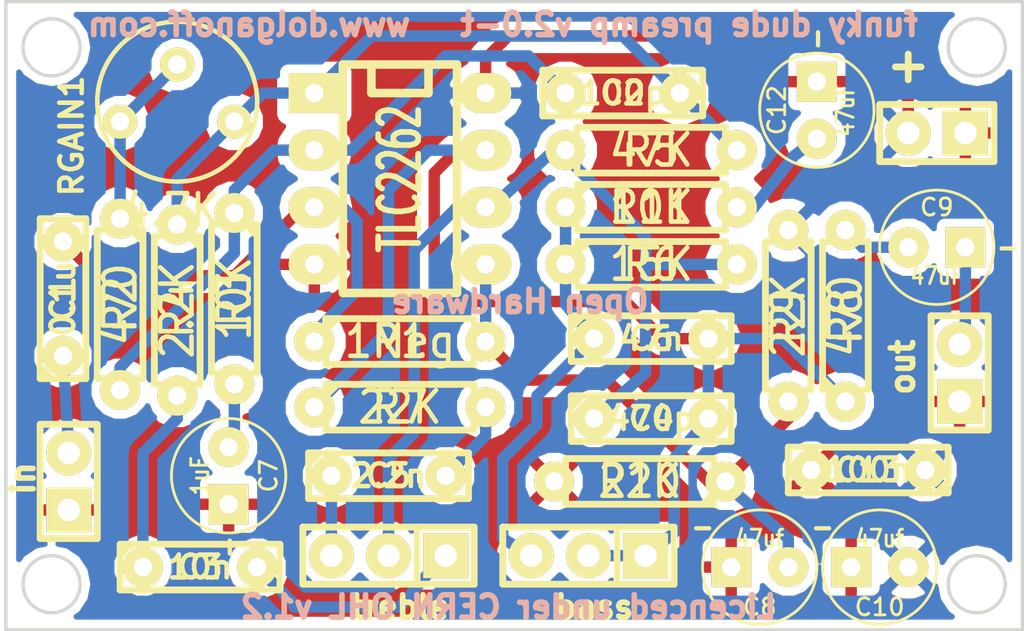
<source format=kicad_pcb>
(kicad_pcb (version 4) (host pcbnew "(2014-10-31 BZR 5247)-product")

  (general
    (links 50)
    (no_connects 0)
    (area 139.751999 105.207999 185.114001 133.298001)
    (thickness 1.6)
    (drawings 16)
    (tracks 109)
    (zones 0)
    (modules 30)
    (nets 20)
  )

  (page A4)
  (title_block
    (rev "2.0 - tth")
  )

  (layers
    (0 F.Cu signal)
    (31 B.Cu signal)
    (32 B.Adhes user)
    (33 F.Adhes user)
    (34 B.Paste user)
    (35 F.Paste user)
    (36 B.SilkS user)
    (37 F.SilkS user)
    (38 B.Mask user)
    (39 F.Mask user)
    (40 Dwgs.User user)
    (41 Cmts.User user)
    (42 Eco1.User user)
    (43 Eco2.User user)
    (44 Edge.Cuts user)
  )

  (setup
    (last_trace_width 0.508)
    (trace_clearance 0.381)
    (zone_clearance 0.381)
    (zone_45_only no)
    (trace_min 0.508)
    (segment_width 0.2)
    (edge_width 0.15)
    (via_size 0.762)
    (via_drill 0.508)
    (via_min_size 0.635)
    (via_min_drill 0.508)
    (uvia_size 0.508)
    (uvia_drill 0.127)
    (uvias_allowed no)
    (uvia_min_size 0.508)
    (uvia_min_drill 0.127)
    (pcb_text_width 0.3)
    (pcb_text_size 1.5 1.5)
    (mod_edge_width 0.15)
    (mod_text_size 1.5 1.5)
    (mod_text_width 0.15)
    (pad_size 2 2)
    (pad_drill 1)
    (pad_to_mask_clearance 0.2)
    (aux_axis_origin 0 0)
    (grid_origin 139.827 133.223)
    (visible_elements 7FFEFD7F)
    (pcbplotparams
      (layerselection 0x010f0_80000001)
      (usegerberextensions true)
      (excludeedgelayer true)
      (linewidth 0.150000)
      (plotframeref false)
      (viasonmask false)
      (mode 1)
      (useauxorigin false)
      (hpglpennumber 1)
      (hpglpenspeed 20)
      (hpglpendiameter 15)
      (hpglpenoverlay 2)
      (psnegative false)
      (psa4output false)
      (plotreference true)
      (plotvalue false)
      (plotinvisibletext false)
      (padsonsilk false)
      (subtractmaskfromsilk true)
      (outputformat 1)
      (mirror false)
      (drillshape 0)
      (scaleselection 1)
      (outputdirectory plots/))
  )

  (net 0 "")
  (net 1 +9V)
  (net 2 GND)
  (net 3 Vref)
  (net 4 "Net-(C1-Pad1)")
  (net 5 "Net-(C1-Pad2)")
  (net 6 "Net-(C2-Pad1)")
  (net 7 "Net-(C2-Pad2)")
  (net 8 "Net-(C3-Pad1)")
  (net 9 "Net-(C3-Pad2)")
  (net 10 "Net-(C4-Pad1)")
  (net 11 "Net-(C4-Pad2)")
  (net 12 "Net-(C5-Pad1)")
  (net 13 "Net-(C5-Pad2)")
  (net 14 "Net-(C6-Pad1)")
  (net 15 "Net-(C7-Pad1)")
  (net 16 "Net-(C9-Pad1)")
  (net 17 "Net-(C9-Pad2)")
  (net 18 "Net-(C12-Pad1)")
  (net 19 "Net-(R2-Pad1)")

  (net_class Default "Ceci est la Netclass par défaut"
    (clearance 0.381)
    (trace_width 0.508)
    (via_dia 0.762)
    (via_drill 0.508)
    (uvia_dia 0.508)
    (uvia_drill 0.127)
    (add_net +9V)
    (add_net GND)
    (add_net "Net-(C1-Pad1)")
    (add_net "Net-(C1-Pad2)")
    (add_net "Net-(C12-Pad1)")
    (add_net "Net-(C2-Pad1)")
    (add_net "Net-(C2-Pad2)")
    (add_net "Net-(C3-Pad1)")
    (add_net "Net-(C3-Pad2)")
    (add_net "Net-(C4-Pad1)")
    (add_net "Net-(C4-Pad2)")
    (add_net "Net-(C5-Pad1)")
    (add_net "Net-(C5-Pad2)")
    (add_net "Net-(C6-Pad1)")
    (add_net "Net-(C7-Pad1)")
    (add_net "Net-(C9-Pad1)")
    (add_net "Net-(C9-Pad2)")
    (add_net "Net-(R2-Pad1)")
    (add_net Vref)
  )

  (module Discret:RV2 (layer F.Cu) (tedit 54481D0B) (tstamp 53F8FE78)
    (at 147.447 109.347)
    (descr "Resistance variable / potentiometre")
    (tags R)
    (path /5194A7CF)
    (autoplace_cost90 10)
    (autoplace_cost180 10)
    (fp_text reference RGAIN1 (at -4.699 1.905 90) (layer F.SilkS)
      (effects (font (size 1 1) (thickness 0.2032)))
    )
    (fp_text value 4.7K (at -0.254 5.207) (layer F.SilkS)
      (effects (font (size 1.397 1.27) (thickness 0.2032)))
    )
    (fp_circle (center 0 0.381) (end 0 -3.175) (layer F.SilkS) (width 0.2032))
    (pad 1 thru_hole circle (at -2.54 1.27) (size 1.524 1.524) (drill 0.8128) (layers *.Cu *.Mask F.SilkS)
      (net 19 "Net-(R2-Pad1)"))
    (pad 2 thru_hole circle (at 0 -1.27) (size 1.524 1.524) (drill 0.8128) (layers *.Cu *.Mask F.SilkS)
      (net 19 "Net-(R2-Pad1)"))
    (pad 3 thru_hole circle (at 2.54 1.27) (size 1.524 1.524) (drill 0.8128) (layers *.Cu *.Mask F.SilkS)
      (net 7 "Net-(C2-Pad2)"))
    (model discret/adjustable_rx2.wrl
      (at (xyz 0 0 0))
      (scale (xyz 1 1 1))
      (rotate (xyz 0 0 0))
    )
  )

  (module Custom:C2-LARGE_PADS (layer F.Cu) (tedit 53FE4528) (tstamp 544786B5)
    (at 142.367 118.491 90)
    (descr "Condensateur = 2 pas")
    (tags C)
    (path /5194A946)
    (fp_text reference C1 (at 0 0 90) (layer F.SilkS)
      (effects (font (size 1.016 1.016) (thickness 0.2032)))
    )
    (fp_text value 0.1u (at 0 0 90) (layer F.SilkS)
      (effects (font (size 1.016 1.016) (thickness 0.2032)))
    )
    (fp_line (start -3.556 -1.016) (end 3.556 -1.016) (layer F.SilkS) (width 0.3048))
    (fp_line (start 3.556 -1.016) (end 3.556 1.016) (layer F.SilkS) (width 0.3048))
    (fp_line (start 3.556 1.016) (end -3.556 1.016) (layer F.SilkS) (width 0.3048))
    (fp_line (start -3.556 1.016) (end -3.556 -1.016) (layer F.SilkS) (width 0.3048))
    (fp_line (start -3.556 -0.508) (end -3.048 -1.016) (layer F.SilkS) (width 0.3048))
    (pad 1 thru_hole circle (at -2.54 0 90) (size 1.778 1.778) (drill 0.8128) (layers *.Cu *.Mask F.SilkS)
      (net 4 "Net-(C1-Pad1)"))
    (pad 2 thru_hole circle (at 2.54 0 90) (size 1.778 1.778) (drill 0.8128) (layers *.Cu *.Mask F.SilkS)
      (net 5 "Net-(C1-Pad2)"))
    (model discret/capa_2pas_5x5mm.wrl
      (at (xyz 0 0 0))
      (scale (xyz 1 1 1))
      (rotate (xyz 0 0 0))
    )
  )

  (module Custom:C2-LARGE_PADS (layer F.Cu) (tedit 53FE4528) (tstamp 544786BA)
    (at 167.259 109.347)
    (descr "Condensateur = 2 pas")
    (tags C)
    (path /51B1A91A)
    (fp_text reference C2 (at 0 0) (layer F.SilkS)
      (effects (font (size 1.016 1.016) (thickness 0.2032)))
    )
    (fp_text value 100p (at 0 0) (layer F.SilkS)
      (effects (font (size 1.016 1.016) (thickness 0.2032)))
    )
    (fp_line (start -3.556 -1.016) (end 3.556 -1.016) (layer F.SilkS) (width 0.3048))
    (fp_line (start 3.556 -1.016) (end 3.556 1.016) (layer F.SilkS) (width 0.3048))
    (fp_line (start 3.556 1.016) (end -3.556 1.016) (layer F.SilkS) (width 0.3048))
    (fp_line (start -3.556 1.016) (end -3.556 -1.016) (layer F.SilkS) (width 0.3048))
    (fp_line (start -3.556 -0.508) (end -3.048 -1.016) (layer F.SilkS) (width 0.3048))
    (pad 1 thru_hole circle (at -2.54 0) (size 1.778 1.778) (drill 0.8128) (layers *.Cu *.Mask F.SilkS)
      (net 6 "Net-(C2-Pad1)"))
    (pad 2 thru_hole circle (at 2.54 0) (size 1.778 1.778) (drill 0.8128) (layers *.Cu *.Mask F.SilkS)
      (net 7 "Net-(C2-Pad2)"))
    (model discret/capa_2pas_5x5mm.wrl
      (at (xyz 0 0 0))
      (scale (xyz 1 1 1))
      (rotate (xyz 0 0 0))
    )
  )

  (module Custom:C2-LARGE_PADS (layer F.Cu) (tedit 53FE4528) (tstamp 544786BF)
    (at 148.463 130.429)
    (descr "Condensateur = 2 pas")
    (tags C)
    (path /5194A4FE)
    (fp_text reference C3 (at 0 0) (layer F.SilkS)
      (effects (font (size 1.016 1.016) (thickness 0.2032)))
    )
    (fp_text value 10n (at 0 0) (layer F.SilkS)
      (effects (font (size 1.016 1.016) (thickness 0.2032)))
    )
    (fp_line (start -3.556 -1.016) (end 3.556 -1.016) (layer F.SilkS) (width 0.3048))
    (fp_line (start 3.556 -1.016) (end 3.556 1.016) (layer F.SilkS) (width 0.3048))
    (fp_line (start 3.556 1.016) (end -3.556 1.016) (layer F.SilkS) (width 0.3048))
    (fp_line (start -3.556 1.016) (end -3.556 -1.016) (layer F.SilkS) (width 0.3048))
    (fp_line (start -3.556 -0.508) (end -3.048 -1.016) (layer F.SilkS) (width 0.3048))
    (pad 1 thru_hole circle (at -2.54 0) (size 1.778 1.778) (drill 0.8128) (layers *.Cu *.Mask F.SilkS)
      (net 8 "Net-(C3-Pad1)"))
    (pad 2 thru_hole circle (at 2.54 0) (size 1.778 1.778) (drill 0.8128) (layers *.Cu *.Mask F.SilkS)
      (net 9 "Net-(C3-Pad2)"))
    (model discret/capa_2pas_5x5mm.wrl
      (at (xyz 0 0 0))
      (scale (xyz 1 1 1))
      (rotate (xyz 0 0 0))
    )
  )

  (module Custom:C2-LARGE_PADS (layer F.Cu) (tedit 53FE4528) (tstamp 544786C4)
    (at 168.529 123.825)
    (descr "Condensateur = 2 pas")
    (tags C)
    (path /5194A574)
    (fp_text reference C4 (at 0 0) (layer F.SilkS)
      (effects (font (size 1.016 1.016) (thickness 0.2032)))
    )
    (fp_text value 470p (at 0 0) (layer F.SilkS)
      (effects (font (size 1.016 1.016) (thickness 0.2032)))
    )
    (fp_line (start -3.556 -1.016) (end 3.556 -1.016) (layer F.SilkS) (width 0.3048))
    (fp_line (start 3.556 -1.016) (end 3.556 1.016) (layer F.SilkS) (width 0.3048))
    (fp_line (start 3.556 1.016) (end -3.556 1.016) (layer F.SilkS) (width 0.3048))
    (fp_line (start -3.556 1.016) (end -3.556 -1.016) (layer F.SilkS) (width 0.3048))
    (fp_line (start -3.556 -0.508) (end -3.048 -1.016) (layer F.SilkS) (width 0.3048))
    (pad 1 thru_hole circle (at -2.54 0) (size 1.778 1.778) (drill 0.8128) (layers *.Cu *.Mask F.SilkS)
      (net 10 "Net-(C4-Pad1)"))
    (pad 2 thru_hole circle (at 2.54 0) (size 1.778 1.778) (drill 0.8128) (layers *.Cu *.Mask F.SilkS)
      (net 11 "Net-(C4-Pad2)"))
    (model discret/capa_2pas_5x5mm.wrl
      (at (xyz 0 0 0))
      (scale (xyz 1 1 1))
      (rotate (xyz 0 0 0))
    )
  )

  (module Custom:C2-LARGE_PADS (layer F.Cu) (tedit 53FE4528) (tstamp 544786C9)
    (at 156.845 126.365)
    (descr "Condensateur = 2 pas")
    (tags C)
    (path /5194A52D)
    (fp_text reference C5 (at 0 0) (layer F.SilkS)
      (effects (font (size 1.016 1.016) (thickness 0.2032)))
    )
    (fp_text value 2.2n (at 0 0) (layer F.SilkS)
      (effects (font (size 1.016 1.016) (thickness 0.2032)))
    )
    (fp_line (start -3.556 -1.016) (end 3.556 -1.016) (layer F.SilkS) (width 0.3048))
    (fp_line (start 3.556 -1.016) (end 3.556 1.016) (layer F.SilkS) (width 0.3048))
    (fp_line (start 3.556 1.016) (end -3.556 1.016) (layer F.SilkS) (width 0.3048))
    (fp_line (start -3.556 1.016) (end -3.556 -1.016) (layer F.SilkS) (width 0.3048))
    (fp_line (start -3.556 -0.508) (end -3.048 -1.016) (layer F.SilkS) (width 0.3048))
    (pad 1 thru_hole circle (at -2.54 0) (size 1.778 1.778) (drill 0.8128) (layers *.Cu *.Mask F.SilkS)
      (net 12 "Net-(C5-Pad1)"))
    (pad 2 thru_hole circle (at 2.54 0) (size 1.778 1.778) (drill 0.8128) (layers *.Cu *.Mask F.SilkS)
      (net 13 "Net-(C5-Pad2)"))
    (model discret/capa_2pas_5x5mm.wrl
      (at (xyz 0 0 0))
      (scale (xyz 1 1 1))
      (rotate (xyz 0 0 0))
    )
  )

  (module Custom:C2-LARGE_PADS (layer F.Cu) (tedit 53FE4528) (tstamp 54479BFD)
    (at 168.529 120.269)
    (descr "Condensateur = 2 pas")
    (tags C)
    (path /5194A58C)
    (fp_text reference C6 (at 0 0) (layer F.SilkS)
      (effects (font (size 1.016 1.016) (thickness 0.2032)))
    )
    (fp_text value 47n (at 0 0) (layer F.SilkS)
      (effects (font (size 1.016 1.016) (thickness 0.2032)))
    )
    (fp_line (start -3.556 -1.016) (end 3.556 -1.016) (layer F.SilkS) (width 0.3048))
    (fp_line (start 3.556 -1.016) (end 3.556 1.016) (layer F.SilkS) (width 0.3048))
    (fp_line (start 3.556 1.016) (end -3.556 1.016) (layer F.SilkS) (width 0.3048))
    (fp_line (start -3.556 1.016) (end -3.556 -1.016) (layer F.SilkS) (width 0.3048))
    (fp_line (start -3.556 -0.508) (end -3.048 -1.016) (layer F.SilkS) (width 0.3048))
    (pad 1 thru_hole circle (at -2.54 0) (size 1.778 1.778) (drill 0.8128) (layers *.Cu *.Mask F.SilkS)
      (net 14 "Net-(C6-Pad1)"))
    (pad 2 thru_hole circle (at 2.54 0) (size 1.778 1.778) (drill 0.8128) (layers *.Cu *.Mask F.SilkS)
      (net 11 "Net-(C4-Pad2)"))
    (model discret/capa_2pas_5x5mm.wrl
      (at (xyz 0 0 0))
      (scale (xyz 1 1 1))
      (rotate (xyz 0 0 0))
    )
  )

  (module Custom:C1V5-LARGE_PADS (layer F.Cu) (tedit 54395C74) (tstamp 544786D3)
    (at 149.733 126.365 270)
    (descr "Condensateur e = 1 pas")
    (tags C)
    (path /5447DDCC)
    (fp_text reference C7 (at 0 -1.778 270) (layer F.SilkS)
      (effects (font (size 0.762 0.762) (thickness 0.127)))
    )
    (fp_text value 1uF (at 0 1.27 270) (layer F.SilkS)
      (effects (font (size 0.762 0.635) (thickness 0.127)))
    )
    (fp_text user - (at 3.175 0 270) (layer F.SilkS)
      (effects (font (size 0.762 0.762) (thickness 0.1905)))
    )
    (fp_circle (center 0 0) (end 0.127 -2.54) (layer F.SilkS) (width 0.127))
    (pad 1 thru_hole circle (at -1.27 0 270) (size 1.778 1.778) (drill 0.8128) (layers *.Cu *.Mask F.SilkS)
      (net 15 "Net-(C7-Pad1)"))
    (pad 2 thru_hole rect (at 1.27 0 270) (size 1.778 1.778) (drill 0.8128) (layers *.Cu *.Mask F.SilkS)
      (net 2 GND))
    (model discret/c_vert_c1v5.wrl
      (at (xyz 0 0 0))
      (scale (xyz 1 1 1))
      (rotate (xyz 0 0 0))
    )
  )

  (module Custom:C1V5-LARGE_PADS (layer F.Cu) (tedit 5448C6B6) (tstamp 544786D8)
    (at 173.355 130.429 180)
    (descr "Condensateur e = 1 pas")
    (tags C)
    (path /5194B4BA)
    (fp_text reference C8 (at 0 -1.778 180) (layer F.SilkS)
      (effects (font (size 0.762 0.762) (thickness 0.127)))
    )
    (fp_text value 47uf (at 0 1.27 180) (layer F.SilkS)
      (effects (font (size 0.762 0.635) (thickness 0.127)))
    )
    (fp_text user - (at 2.54 1.778 180) (layer F.SilkS)
      (effects (font (size 0.762 0.762) (thickness 0.1905)))
    )
    (fp_circle (center 0 0) (end 0.127 -2.54) (layer F.SilkS) (width 0.127))
    (pad 1 thru_hole circle (at -1.27 0 180) (size 1.778 1.778) (drill 0.8128) (layers *.Cu *.Mask F.SilkS)
      (net 3 Vref))
    (pad 2 thru_hole rect (at 1.27 0 180) (size 1.778 1.778) (drill 0.8128) (layers *.Cu *.Mask F.SilkS)
      (net 2 GND))
    (model discret/c_vert_c1v5.wrl
      (at (xyz 0 0 0))
      (scale (xyz 1 1 1))
      (rotate (xyz 0 0 0))
    )
  )

  (module Custom:C1V5-LARGE_PADS (layer F.Cu) (tedit 54395C74) (tstamp 544786DD)
    (at 181.229 116.205)
    (descr "Condensateur e = 1 pas")
    (tags C)
    (path /5194ADAA)
    (fp_text reference C9 (at 0 -1.778) (layer F.SilkS)
      (effects (font (size 0.762 0.762) (thickness 0.127)))
    )
    (fp_text value 47uF (at 0 1.27) (layer F.SilkS)
      (effects (font (size 0.762 0.635) (thickness 0.127)))
    )
    (fp_text user - (at 3.175 0) (layer F.SilkS)
      (effects (font (size 0.762 0.762) (thickness 0.1905)))
    )
    (fp_circle (center 0 0) (end 0.127 -2.54) (layer F.SilkS) (width 0.127))
    (pad 1 thru_hole circle (at -1.27 0) (size 1.778 1.778) (drill 0.8128) (layers *.Cu *.Mask F.SilkS)
      (net 16 "Net-(C9-Pad1)"))
    (pad 2 thru_hole rect (at 1.27 0) (size 1.778 1.778) (drill 0.8128) (layers *.Cu *.Mask F.SilkS)
      (net 17 "Net-(C9-Pad2)"))
    (model discret/c_vert_c1v5.wrl
      (at (xyz 0 0 0))
      (scale (xyz 1 1 1))
      (rotate (xyz 0 0 0))
    )
  )

  (module Custom:C1V5-LARGE_PADS (layer F.Cu) (tedit 5448C6B0) (tstamp 544786E2)
    (at 178.689 130.429 180)
    (descr "Condensateur e = 1 pas")
    (tags C)
    (path /5194B4C5)
    (fp_text reference C10 (at 0 -1.778 180) (layer F.SilkS)
      (effects (font (size 0.762 0.762) (thickness 0.127)))
    )
    (fp_text value 47uf (at 0 1.27 180) (layer F.SilkS)
      (effects (font (size 0.762 0.635) (thickness 0.127)))
    )
    (fp_text user - (at 2.54 1.778 180) (layer F.SilkS)
      (effects (font (size 0.762 0.762) (thickness 0.1905)))
    )
    (fp_circle (center 0 0) (end 0.127 -2.54) (layer F.SilkS) (width 0.127))
    (pad 1 thru_hole circle (at -1.27 0 180) (size 1.778 1.778) (drill 0.8128) (layers *.Cu *.Mask F.SilkS)
      (net 1 +9V))
    (pad 2 thru_hole rect (at 1.27 0 180) (size 1.778 1.778) (drill 0.8128) (layers *.Cu *.Mask F.SilkS)
      (net 2 GND))
    (model discret/c_vert_c1v5.wrl
      (at (xyz 0 0 0))
      (scale (xyz 1 1 1))
      (rotate (xyz 0 0 0))
    )
  )

  (module Custom:C1V5-LARGE_PADS (layer F.Cu) (tedit 54395C74) (tstamp 544786E7)
    (at 175.895 110.109 90)
    (descr "Condensateur e = 1 pas")
    (tags C)
    (path /5194AE1B)
    (fp_text reference C12 (at 0 -1.778 90) (layer F.SilkS)
      (effects (font (size 0.762 0.762) (thickness 0.127)))
    )
    (fp_text value 47uF (at 0 1.27 90) (layer F.SilkS)
      (effects (font (size 0.762 0.635) (thickness 0.127)))
    )
    (fp_text user - (at 3.175 0 90) (layer F.SilkS)
      (effects (font (size 0.762 0.762) (thickness 0.1905)))
    )
    (fp_circle (center 0 0) (end 0.127 -2.54) (layer F.SilkS) (width 0.127))
    (pad 1 thru_hole circle (at -1.27 0 90) (size 1.778 1.778) (drill 0.8128) (layers *.Cu *.Mask F.SilkS)
      (net 18 "Net-(C12-Pad1)"))
    (pad 2 thru_hole rect (at 1.27 0 90) (size 1.778 1.778) (drill 0.8128) (layers *.Cu *.Mask F.SilkS)
      (net 2 GND))
    (model discret/c_vert_c1v5.wrl
      (at (xyz 0 0 0))
      (scale (xyz 1 1 1))
      (rotate (xyz 0 0 0))
    )
  )

  (module Custom:C2-LARGE_PADS (layer F.Cu) (tedit 53FE4528) (tstamp 544786EC)
    (at 178.181 126.111 180)
    (descr "Condensateur = 2 pas")
    (tags C)
    (path /535640CD)
    (fp_text reference C13 (at 0 0 180) (layer F.SilkS)
      (effects (font (size 1.016 1.016) (thickness 0.2032)))
    )
    (fp_text value 100n (at 0 0 180) (layer F.SilkS)
      (effects (font (size 1.016 1.016) (thickness 0.2032)))
    )
    (fp_line (start -3.556 -1.016) (end 3.556 -1.016) (layer F.SilkS) (width 0.3048))
    (fp_line (start 3.556 -1.016) (end 3.556 1.016) (layer F.SilkS) (width 0.3048))
    (fp_line (start 3.556 1.016) (end -3.556 1.016) (layer F.SilkS) (width 0.3048))
    (fp_line (start -3.556 1.016) (end -3.556 -1.016) (layer F.SilkS) (width 0.3048))
    (fp_line (start -3.556 -0.508) (end -3.048 -1.016) (layer F.SilkS) (width 0.3048))
    (pad 1 thru_hole circle (at -2.54 0 180) (size 1.778 1.778) (drill 0.8128) (layers *.Cu *.Mask F.SilkS)
      (net 1 +9V))
    (pad 2 thru_hole circle (at 2.54 0 180) (size 1.778 1.778) (drill 0.8128) (layers *.Cu *.Mask F.SilkS)
      (net 2 GND))
    (model discret/capa_2pas_5x5mm.wrl
      (at (xyz 0 0 0))
      (scale (xyz 1 1 1))
      (rotate (xyz 0 0 0))
    )
  )

  (module Custom:R3-LARGE_PADS (layer F.Cu) (tedit 53FE44F3) (tstamp 54478700)
    (at 157.353 120.396)
    (descr "Resitance 3 pas")
    (tags R)
    (path /51B1A73D)
    (autoplace_cost180 10)
    (fp_text reference R1 (at 0 0) (layer F.SilkS)
      (effects (font (size 1.397 1.27) (thickness 0.2032)))
    )
    (fp_text value 1Meg (at 0 0) (layer F.SilkS)
      (effects (font (size 1.397 1.27) (thickness 0.2032)))
    )
    (fp_line (start -3.81 0) (end -3.302 0) (layer F.SilkS) (width 0.3048))
    (fp_line (start 3.81 0) (end 3.302 0) (layer F.SilkS) (width 0.3048))
    (fp_line (start 3.302 0) (end 3.302 -1.016) (layer F.SilkS) (width 0.3048))
    (fp_line (start 3.302 -1.016) (end -3.302 -1.016) (layer F.SilkS) (width 0.3048))
    (fp_line (start -3.302 -1.016) (end -3.302 1.016) (layer F.SilkS) (width 0.3048))
    (fp_line (start -3.302 1.016) (end 3.302 1.016) (layer F.SilkS) (width 0.3048))
    (fp_line (start 3.302 1.016) (end 3.302 0) (layer F.SilkS) (width 0.3048))
    (fp_line (start -3.302 -0.508) (end -2.794 -1.016) (layer F.SilkS) (width 0.3048))
    (pad 1 thru_hole circle (at -3.81 0) (size 1.778 1.778) (drill 0.8128) (layers *.Cu *.Mask F.SilkS)
      (net 5 "Net-(C1-Pad2)"))
    (pad 2 thru_hole circle (at 3.81 0) (size 1.778 1.778) (drill 0.8128) (layers *.Cu *.Mask F.SilkS)
      (net 3 Vref))
    (model discret/resistor.wrl
      (at (xyz 0 0 0))
      (scale (xyz 0.3 0.3 0.3))
      (rotate (xyz 0 0 0))
    )
  )

  (module Custom:R3-LARGE_PADS (layer F.Cu) (tedit 53FE44F3) (tstamp 54478705)
    (at 144.907 118.745 270)
    (descr "Resitance 3 pas")
    (tags R)
    (path /51B1A765)
    (autoplace_cost180 10)
    (fp_text reference R2 (at 0 0 270) (layer F.SilkS)
      (effects (font (size 1.397 1.27) (thickness 0.2032)))
    )
    (fp_text value 470 (at 0 0 270) (layer F.SilkS)
      (effects (font (size 1.397 1.27) (thickness 0.2032)))
    )
    (fp_line (start -3.81 0) (end -3.302 0) (layer F.SilkS) (width 0.3048))
    (fp_line (start 3.81 0) (end 3.302 0) (layer F.SilkS) (width 0.3048))
    (fp_line (start 3.302 0) (end 3.302 -1.016) (layer F.SilkS) (width 0.3048))
    (fp_line (start 3.302 -1.016) (end -3.302 -1.016) (layer F.SilkS) (width 0.3048))
    (fp_line (start -3.302 -1.016) (end -3.302 1.016) (layer F.SilkS) (width 0.3048))
    (fp_line (start -3.302 1.016) (end 3.302 1.016) (layer F.SilkS) (width 0.3048))
    (fp_line (start 3.302 1.016) (end 3.302 0) (layer F.SilkS) (width 0.3048))
    (fp_line (start -3.302 -0.508) (end -2.794 -1.016) (layer F.SilkS) (width 0.3048))
    (pad 1 thru_hole circle (at -3.81 0 270) (size 1.778 1.778) (drill 0.8128) (layers *.Cu *.Mask F.SilkS)
      (net 19 "Net-(R2-Pad1)"))
    (pad 2 thru_hole circle (at 3.81 0 270) (size 1.778 1.778) (drill 0.8128) (layers *.Cu *.Mask F.SilkS)
      (net 6 "Net-(C2-Pad1)"))
    (model discret/resistor.wrl
      (at (xyz 0 0 0))
      (scale (xyz 0.3 0.3 0.3))
      (rotate (xyz 0 0 0))
    )
  )

  (module Custom:R3-LARGE_PADS (layer F.Cu) (tedit 53FE44F3) (tstamp 5447870A)
    (at 149.987 118.491 270)
    (descr "Resitance 3 pas")
    (tags R)
    (path /51B1A74C)
    (autoplace_cost180 10)
    (fp_text reference R3 (at 0 0 270) (layer F.SilkS)
      (effects (font (size 1.397 1.27) (thickness 0.2032)))
    )
    (fp_text value 10K (at 0 0 270) (layer F.SilkS)
      (effects (font (size 1.397 1.27) (thickness 0.2032)))
    )
    (fp_line (start -3.81 0) (end -3.302 0) (layer F.SilkS) (width 0.3048))
    (fp_line (start 3.81 0) (end 3.302 0) (layer F.SilkS) (width 0.3048))
    (fp_line (start 3.302 0) (end 3.302 -1.016) (layer F.SilkS) (width 0.3048))
    (fp_line (start 3.302 -1.016) (end -3.302 -1.016) (layer F.SilkS) (width 0.3048))
    (fp_line (start -3.302 -1.016) (end -3.302 1.016) (layer F.SilkS) (width 0.3048))
    (fp_line (start -3.302 1.016) (end 3.302 1.016) (layer F.SilkS) (width 0.3048))
    (fp_line (start 3.302 1.016) (end 3.302 0) (layer F.SilkS) (width 0.3048))
    (fp_line (start -3.302 -0.508) (end -2.794 -1.016) (layer F.SilkS) (width 0.3048))
    (pad 1 thru_hole circle (at -3.81 0 270) (size 1.778 1.778) (drill 0.8128) (layers *.Cu *.Mask F.SilkS)
      (net 6 "Net-(C2-Pad1)"))
    (pad 2 thru_hole circle (at 3.81 0 270) (size 1.778 1.778) (drill 0.8128) (layers *.Cu *.Mask F.SilkS)
      (net 15 "Net-(C7-Pad1)"))
    (model discret/resistor.wrl
      (at (xyz 0 0 0))
      (scale (xyz 0.3 0.3 0.3))
      (rotate (xyz 0 0 0))
    )
  )

  (module Custom:R3-LARGE_PADS (layer F.Cu) (tedit 53FE44F3) (tstamp 54478714)
    (at 168.529 111.887 180)
    (descr "Resitance 3 pas")
    (tags R)
    (path /5194A4D6)
    (autoplace_cost180 10)
    (fp_text reference R5 (at 0 0 180) (layer F.SilkS)
      (effects (font (size 1.397 1.27) (thickness 0.2032)))
    )
    (fp_text value 47K (at 0 0 180) (layer F.SilkS)
      (effects (font (size 1.397 1.27) (thickness 0.2032)))
    )
    (fp_line (start -3.81 0) (end -3.302 0) (layer F.SilkS) (width 0.3048))
    (fp_line (start 3.81 0) (end 3.302 0) (layer F.SilkS) (width 0.3048))
    (fp_line (start 3.302 0) (end 3.302 -1.016) (layer F.SilkS) (width 0.3048))
    (fp_line (start 3.302 -1.016) (end -3.302 -1.016) (layer F.SilkS) (width 0.3048))
    (fp_line (start -3.302 -1.016) (end -3.302 1.016) (layer F.SilkS) (width 0.3048))
    (fp_line (start -3.302 1.016) (end 3.302 1.016) (layer F.SilkS) (width 0.3048))
    (fp_line (start 3.302 1.016) (end 3.302 0) (layer F.SilkS) (width 0.3048))
    (fp_line (start -3.302 -0.508) (end -2.794 -1.016) (layer F.SilkS) (width 0.3048))
    (pad 1 thru_hole circle (at -3.81 0 180) (size 1.778 1.778) (drill 0.8128) (layers *.Cu *.Mask F.SilkS)
      (net 7 "Net-(C2-Pad2)"))
    (pad 2 thru_hole circle (at 3.81 0 180) (size 1.778 1.778) (drill 0.8128) (layers *.Cu *.Mask F.SilkS)
      (net 10 "Net-(C4-Pad1)"))
    (model discret/resistor.wrl
      (at (xyz 0 0 0))
      (scale (xyz 0.3 0.3 0.3))
      (rotate (xyz 0 0 0))
    )
  )

  (module Custom:R3-LARGE_PADS (layer F.Cu) (tedit 53FE44F3) (tstamp 54478719)
    (at 168.529 116.967)
    (descr "Resitance 3 pas")
    (tags R)
    (path /5194A4EE)
    (autoplace_cost180 10)
    (fp_text reference R6 (at 0 0) (layer F.SilkS)
      (effects (font (size 1.397 1.27) (thickness 0.2032)))
    )
    (fp_text value 15K (at 0 0) (layer F.SilkS)
      (effects (font (size 1.397 1.27) (thickness 0.2032)))
    )
    (fp_line (start -3.81 0) (end -3.302 0) (layer F.SilkS) (width 0.3048))
    (fp_line (start 3.81 0) (end 3.302 0) (layer F.SilkS) (width 0.3048))
    (fp_line (start 3.302 0) (end 3.302 -1.016) (layer F.SilkS) (width 0.3048))
    (fp_line (start 3.302 -1.016) (end -3.302 -1.016) (layer F.SilkS) (width 0.3048))
    (fp_line (start -3.302 -1.016) (end -3.302 1.016) (layer F.SilkS) (width 0.3048))
    (fp_line (start -3.302 1.016) (end 3.302 1.016) (layer F.SilkS) (width 0.3048))
    (fp_line (start 3.302 1.016) (end 3.302 0) (layer F.SilkS) (width 0.3048))
    (fp_line (start -3.302 -0.508) (end -2.794 -1.016) (layer F.SilkS) (width 0.3048))
    (pad 1 thru_hole circle (at -3.81 0) (size 1.778 1.778) (drill 0.8128) (layers *.Cu *.Mask F.SilkS)
      (net 14 "Net-(C6-Pad1)"))
    (pad 2 thru_hole circle (at 3.81 0) (size 1.778 1.778) (drill 0.8128) (layers *.Cu *.Mask F.SilkS)
      (net 10 "Net-(C4-Pad1)"))
    (model discret/resistor.wrl
      (at (xyz 0 0 0))
      (scale (xyz 0.3 0.3 0.3))
      (rotate (xyz 0 0 0))
    )
  )

  (module Custom:R3-LARGE_PADS (layer F.Cu) (tedit 53FE44F3) (tstamp 5447871E)
    (at 157.353 123.317)
    (descr "Resitance 3 pas")
    (tags R)
    (path /53563E86)
    (autoplace_cost180 10)
    (fp_text reference R7 (at 0 0) (layer F.SilkS)
      (effects (font (size 1.397 1.27) (thickness 0.2032)))
    )
    (fp_text value 22K (at 0 0) (layer F.SilkS)
      (effects (font (size 1.397 1.27) (thickness 0.2032)))
    )
    (fp_line (start -3.81 0) (end -3.302 0) (layer F.SilkS) (width 0.3048))
    (fp_line (start 3.81 0) (end 3.302 0) (layer F.SilkS) (width 0.3048))
    (fp_line (start 3.302 0) (end 3.302 -1.016) (layer F.SilkS) (width 0.3048))
    (fp_line (start 3.302 -1.016) (end -3.302 -1.016) (layer F.SilkS) (width 0.3048))
    (fp_line (start -3.302 -1.016) (end -3.302 1.016) (layer F.SilkS) (width 0.3048))
    (fp_line (start -3.302 1.016) (end 3.302 1.016) (layer F.SilkS) (width 0.3048))
    (fp_line (start 3.302 1.016) (end 3.302 0) (layer F.SilkS) (width 0.3048))
    (fp_line (start -3.302 -0.508) (end -2.794 -1.016) (layer F.SilkS) (width 0.3048))
    (pad 1 thru_hole circle (at -3.81 0) (size 1.778 1.778) (drill 0.8128) (layers *.Cu *.Mask F.SilkS)
      (net 11 "Net-(C4-Pad2)"))
    (pad 2 thru_hole circle (at 3.81 0) (size 1.778 1.778) (drill 0.8128) (layers *.Cu *.Mask F.SilkS)
      (net 13 "Net-(C5-Pad2)"))
    (model discret/resistor.wrl
      (at (xyz 0 0 0))
      (scale (xyz 0.3 0.3 0.3))
      (rotate (xyz 0 0 0))
    )
  )

  (module Custom:R3-LARGE_PADS (layer F.Cu) (tedit 53FE44F3) (tstamp 54478723)
    (at 177.165 119.253 90)
    (descr "Resitance 3 pas")
    (tags R)
    (path /54480D1F)
    (autoplace_cost180 10)
    (fp_text reference R8 (at 0 0 90) (layer F.SilkS)
      (effects (font (size 1.397 1.27) (thickness 0.2032)))
    )
    (fp_text value 470 (at 0 0 90) (layer F.SilkS)
      (effects (font (size 1.397 1.27) (thickness 0.2032)))
    )
    (fp_line (start -3.81 0) (end -3.302 0) (layer F.SilkS) (width 0.3048))
    (fp_line (start 3.81 0) (end 3.302 0) (layer F.SilkS) (width 0.3048))
    (fp_line (start 3.302 0) (end 3.302 -1.016) (layer F.SilkS) (width 0.3048))
    (fp_line (start 3.302 -1.016) (end -3.302 -1.016) (layer F.SilkS) (width 0.3048))
    (fp_line (start -3.302 -1.016) (end -3.302 1.016) (layer F.SilkS) (width 0.3048))
    (fp_line (start -3.302 1.016) (end 3.302 1.016) (layer F.SilkS) (width 0.3048))
    (fp_line (start 3.302 1.016) (end 3.302 0) (layer F.SilkS) (width 0.3048))
    (fp_line (start -3.302 -0.508) (end -2.794 -1.016) (layer F.SilkS) (width 0.3048))
    (pad 1 thru_hole circle (at -3.81 0 90) (size 1.778 1.778) (drill 0.8128) (layers *.Cu *.Mask F.SilkS)
      (net 11 "Net-(C4-Pad2)"))
    (pad 2 thru_hole circle (at 3.81 0 90) (size 1.778 1.778) (drill 0.8128) (layers *.Cu *.Mask F.SilkS)
      (net 16 "Net-(C9-Pad1)"))
    (model discret/resistor.wrl
      (at (xyz 0 0 0))
      (scale (xyz 0.3 0.3 0.3))
      (rotate (xyz 0 0 0))
    )
  )

  (module Custom:R3-LARGE_PADS (layer F.Cu) (tedit 53FE44F3) (tstamp 54478728)
    (at 174.625 119.253 270)
    (descr "Resitance 3 pas")
    (tags R)
    (path /5194B4AA)
    (autoplace_cost180 10)
    (fp_text reference R9 (at 0 0 270) (layer F.SilkS)
      (effects (font (size 1.397 1.27) (thickness 0.2032)))
    )
    (fp_text value 22K (at 0 0 270) (layer F.SilkS)
      (effects (font (size 1.397 1.27) (thickness 0.2032)))
    )
    (fp_line (start -3.81 0) (end -3.302 0) (layer F.SilkS) (width 0.3048))
    (fp_line (start 3.81 0) (end 3.302 0) (layer F.SilkS) (width 0.3048))
    (fp_line (start 3.302 0) (end 3.302 -1.016) (layer F.SilkS) (width 0.3048))
    (fp_line (start 3.302 -1.016) (end -3.302 -1.016) (layer F.SilkS) (width 0.3048))
    (fp_line (start -3.302 -1.016) (end -3.302 1.016) (layer F.SilkS) (width 0.3048))
    (fp_line (start -3.302 1.016) (end 3.302 1.016) (layer F.SilkS) (width 0.3048))
    (fp_line (start 3.302 1.016) (end 3.302 0) (layer F.SilkS) (width 0.3048))
    (fp_line (start -3.302 -0.508) (end -2.794 -1.016) (layer F.SilkS) (width 0.3048))
    (pad 1 thru_hole circle (at -3.81 0 270) (size 1.778 1.778) (drill 0.8128) (layers *.Cu *.Mask F.SilkS)
      (net 1 +9V))
    (pad 2 thru_hole circle (at 3.81 0 270) (size 1.778 1.778) (drill 0.8128) (layers *.Cu *.Mask F.SilkS)
      (net 3 Vref))
    (model discret/resistor.wrl
      (at (xyz 0 0 0))
      (scale (xyz 0.3 0.3 0.3))
      (rotate (xyz 0 0 0))
    )
  )

  (module Custom:R3-LARGE_PADS (layer F.Cu) (tedit 53FE44F3) (tstamp 5447872D)
    (at 168.021 126.619 180)
    (descr "Resitance 3 pas")
    (tags R)
    (path /5194B4B0)
    (autoplace_cost180 10)
    (fp_text reference R10 (at 0 0 180) (layer F.SilkS)
      (effects (font (size 1.397 1.27) (thickness 0.2032)))
    )
    (fp_text value 22K (at 0 0 180) (layer F.SilkS)
      (effects (font (size 1.397 1.27) (thickness 0.2032)))
    )
    (fp_line (start -3.81 0) (end -3.302 0) (layer F.SilkS) (width 0.3048))
    (fp_line (start 3.81 0) (end 3.302 0) (layer F.SilkS) (width 0.3048))
    (fp_line (start 3.302 0) (end 3.302 -1.016) (layer F.SilkS) (width 0.3048))
    (fp_line (start 3.302 -1.016) (end -3.302 -1.016) (layer F.SilkS) (width 0.3048))
    (fp_line (start -3.302 -1.016) (end -3.302 1.016) (layer F.SilkS) (width 0.3048))
    (fp_line (start -3.302 1.016) (end 3.302 1.016) (layer F.SilkS) (width 0.3048))
    (fp_line (start 3.302 1.016) (end 3.302 0) (layer F.SilkS) (width 0.3048))
    (fp_line (start -3.302 -0.508) (end -2.794 -1.016) (layer F.SilkS) (width 0.3048))
    (pad 1 thru_hole circle (at -3.81 0 180) (size 1.778 1.778) (drill 0.8128) (layers *.Cu *.Mask F.SilkS)
      (net 3 Vref))
    (pad 2 thru_hole circle (at 3.81 0 180) (size 1.778 1.778) (drill 0.8128) (layers *.Cu *.Mask F.SilkS)
      (net 2 GND))
    (model discret/resistor.wrl
      (at (xyz 0 0 0))
      (scale (xyz 0.3 0.3 0.3))
      (rotate (xyz 0 0 0))
    )
  )

  (module Custom:R3-LARGE_PADS (layer F.Cu) (tedit 53FE44F3) (tstamp 54478732)
    (at 168.529 114.427)
    (descr "Resitance 3 pas")
    (tags R)
    (path /5194AE28)
    (autoplace_cost180 10)
    (fp_text reference R11 (at 0 0) (layer F.SilkS)
      (effects (font (size 1.397 1.27) (thickness 0.2032)))
    )
    (fp_text value 10K (at 0 0) (layer F.SilkS)
      (effects (font (size 1.397 1.27) (thickness 0.2032)))
    )
    (fp_line (start -3.81 0) (end -3.302 0) (layer F.SilkS) (width 0.3048))
    (fp_line (start 3.81 0) (end 3.302 0) (layer F.SilkS) (width 0.3048))
    (fp_line (start 3.302 0) (end 3.302 -1.016) (layer F.SilkS) (width 0.3048))
    (fp_line (start 3.302 -1.016) (end -3.302 -1.016) (layer F.SilkS) (width 0.3048))
    (fp_line (start -3.302 -1.016) (end -3.302 1.016) (layer F.SilkS) (width 0.3048))
    (fp_line (start -3.302 1.016) (end 3.302 1.016) (layer F.SilkS) (width 0.3048))
    (fp_line (start 3.302 1.016) (end 3.302 0) (layer F.SilkS) (width 0.3048))
    (fp_line (start -3.302 -0.508) (end -2.794 -1.016) (layer F.SilkS) (width 0.3048))
    (pad 1 thru_hole circle (at -3.81 0) (size 1.778 1.778) (drill 0.8128) (layers *.Cu *.Mask F.SilkS)
      (net 14 "Net-(C6-Pad1)"))
    (pad 2 thru_hole circle (at 3.81 0) (size 1.778 1.778) (drill 0.8128) (layers *.Cu *.Mask F.SilkS)
      (net 18 "Net-(C12-Pad1)"))
    (model discret/resistor.wrl
      (at (xyz 0 0 0))
      (scale (xyz 0.3 0.3 0.3))
      (rotate (xyz 0 0 0))
    )
  )

  (module Custom:R3-LARGE_PADS (layer F.Cu) (tedit 53FE44F3) (tstamp 544787BC)
    (at 147.447 118.999 270)
    (descr "Resitance 3 pas")
    (tags R)
    (path /53563E77)
    (autoplace_cost180 10)
    (fp_text reference R4 (at 0 0 270) (layer F.SilkS)
      (effects (font (size 1.397 1.27) (thickness 0.2032)))
    )
    (fp_text value 2.2K (at 0 0 270) (layer F.SilkS)
      (effects (font (size 1.397 1.27) (thickness 0.2032)))
    )
    (fp_line (start -3.81 0) (end -3.302 0) (layer F.SilkS) (width 0.3048))
    (fp_line (start 3.81 0) (end 3.302 0) (layer F.SilkS) (width 0.3048))
    (fp_line (start 3.302 0) (end 3.302 -1.016) (layer F.SilkS) (width 0.3048))
    (fp_line (start 3.302 -1.016) (end -3.302 -1.016) (layer F.SilkS) (width 0.3048))
    (fp_line (start -3.302 -1.016) (end -3.302 1.016) (layer F.SilkS) (width 0.3048))
    (fp_line (start -3.302 1.016) (end 3.302 1.016) (layer F.SilkS) (width 0.3048))
    (fp_line (start 3.302 1.016) (end 3.302 0) (layer F.SilkS) (width 0.3048))
    (fp_line (start -3.302 -0.508) (end -2.794 -1.016) (layer F.SilkS) (width 0.3048))
    (pad 1 thru_hole circle (at -3.81 0 270) (size 1.778 1.778) (drill 0.8128) (layers *.Cu *.Mask F.SilkS)
      (net 7 "Net-(C2-Pad2)"))
    (pad 2 thru_hole circle (at 3.81 0 270) (size 1.778 1.778) (drill 0.8128) (layers *.Cu *.Mask F.SilkS)
      (net 8 "Net-(C3-Pad1)"))
    (model discret/resistor.wrl
      (at (xyz 0 0 0))
      (scale (xyz 0.3 0.3 0.3))
      (rotate (xyz 0 0 0))
    )
  )

  (module Custom:SIL-3-LARGE_PADS (layer F.Cu) (tedit 54482A19) (tstamp 544813BC)
    (at 165.735 129.921 180)
    (descr "Connecteur 3 pins")
    (tags "CONN DEV")
    (path /5194AD59)
    (fp_text reference RBASS1 (at 0 -2.54 180) (layer F.SilkS) hide
      (effects (font (size 1.016 1.016) (thickness 0.254)))
    )
    (fp_text value "100K LOG" (at 0 -2.54 180) (layer F.SilkS) hide
      (effects (font (size 1.016 1.016) (thickness 0.254)))
    )
    (fp_line (start -3.81 1.27) (end -3.81 -1.27) (layer F.SilkS) (width 0.3048))
    (fp_line (start -3.81 -1.27) (end 3.81 -1.27) (layer F.SilkS) (width 0.3048))
    (fp_line (start 3.81 -1.27) (end 3.81 1.27) (layer F.SilkS) (width 0.3048))
    (fp_line (start 3.81 1.27) (end -3.81 1.27) (layer F.SilkS) (width 0.3048))
    (fp_line (start -1.27 -1.27) (end -1.27 1.27) (layer F.SilkS) (width 0.3048))
    (pad 1 thru_hole rect (at -2.54 0 180) (size 2 2) (drill 1) (layers *.Cu *.Mask F.SilkS)
      (net 11 "Net-(C4-Pad2)"))
    (pad 2 thru_hole circle (at 0 0 180) (size 2 2) (drill 1) (layers *.Cu *.Mask F.SilkS)
      (net 11 "Net-(C4-Pad2)"))
    (pad 3 thru_hole circle (at 2.54 0 180) (size 2 2) (drill 1) (layers *.Cu *.Mask F.SilkS)
      (net 14 "Net-(C6-Pad1)"))
  )

  (module Custom:SIL-3-LARGE_PADS (layer F.Cu) (tedit 54482A12) (tstamp 544813C3)
    (at 156.845 129.921 180)
    (descr "Connecteur 3 pins")
    (tags "CONN DEV")
    (path /5194A643)
    (fp_text reference RTREBLE1 (at 0 -2.54 180) (layer F.SilkS) hide
      (effects (font (size 1.016 1.016) (thickness 0.254)))
    )
    (fp_text value "100K REVLOG" (at 0 -2.54 180) (layer F.SilkS) hide
      (effects (font (size 1.016 1.016) (thickness 0.254)))
    )
    (fp_line (start -3.81 1.27) (end -3.81 -1.27) (layer F.SilkS) (width 0.3048))
    (fp_line (start -3.81 -1.27) (end 3.81 -1.27) (layer F.SilkS) (width 0.3048))
    (fp_line (start 3.81 -1.27) (end 3.81 1.27) (layer F.SilkS) (width 0.3048))
    (fp_line (start 3.81 1.27) (end -3.81 1.27) (layer F.SilkS) (width 0.3048))
    (fp_line (start -1.27 -1.27) (end -1.27 1.27) (layer F.SilkS) (width 0.3048))
    (pad 1 thru_hole rect (at -2.54 0 180) (size 2 2) (drill 1) (layers *.Cu *.Mask F.SilkS)
      (net 9 "Net-(C3-Pad2)"))
    (pad 2 thru_hole circle (at 0 0 180) (size 2 2) (drill 1) (layers *.Cu *.Mask F.SilkS)
      (net 10 "Net-(C4-Pad1)"))
    (pad 3 thru_hole circle (at 2.54 0 180) (size 2 2) (drill 1) (layers *.Cu *.Mask F.SilkS)
      (net 12 "Net-(C5-Pad1)"))
  )

  (module Custom:SIL-2-LARGE_PADS (layer F.Cu) (tedit 54482AB5) (tstamp 5448146A)
    (at 142.621 126.619 90)
    (descr "Connecteurs 2 pins")
    (tags "CONN DEV")
    (path /5194CFD4)
    (fp_text reference P1 (at 0 -2.54 90) (layer F.SilkS) hide
      (effects (font (size 1.016 1.016) (thickness 0.254)))
    )
    (fp_text value CONN_2 (at 0 -2.54 90) (layer F.SilkS) hide
      (effects (font (size 1.016 1.016) (thickness 0.254)))
    )
    (fp_line (start -2.54 1.27) (end -2.54 -1.27) (layer F.SilkS) (width 0.3048))
    (fp_line (start -2.54 -1.27) (end 2.54 -1.27) (layer F.SilkS) (width 0.3048))
    (fp_line (start 2.54 -1.27) (end 2.54 1.27) (layer F.SilkS) (width 0.3048))
    (fp_line (start 2.54 1.27) (end -2.54 1.27) (layer F.SilkS) (width 0.3048))
    (pad 1 thru_hole rect (at -1.27 0 90) (size 2 2) (drill 1) (layers *.Cu *.Mask F.SilkS)
      (net 2 GND))
    (pad 2 thru_hole circle (at 1.27 0 90) (size 2 2) (drill 1) (layers *.Cu *.Mask F.SilkS)
      (net 4 "Net-(C1-Pad1)"))
  )

  (module Custom:SIL-2-LARGE_PADS (layer F.Cu) (tedit 54481F53) (tstamp 54481470)
    (at 182.245 121.793 90)
    (descr "Connecteurs 2 pins")
    (tags "CONN DEV")
    (path /5194D020)
    (fp_text reference P2 (at 0 -2.54 90) (layer F.SilkS) hide
      (effects (font (size 1.016 1.016) (thickness 0.254)))
    )
    (fp_text value CONN_2 (at 0 -2.54 90) (layer F.SilkS) hide
      (effects (font (size 1.016 1.016) (thickness 0.254)))
    )
    (fp_line (start -2.54 1.27) (end -2.54 -1.27) (layer F.SilkS) (width 0.3048))
    (fp_line (start -2.54 -1.27) (end 2.54 -1.27) (layer F.SilkS) (width 0.3048))
    (fp_line (start 2.54 -1.27) (end 2.54 1.27) (layer F.SilkS) (width 0.3048))
    (fp_line (start 2.54 1.27) (end -2.54 1.27) (layer F.SilkS) (width 0.3048))
    (pad 1 thru_hole rect (at -1.27 0 90) (size 2 2) (drill 1) (layers *.Cu *.Mask F.SilkS)
      (net 2 GND))
    (pad 2 thru_hole circle (at 1.27 0 90) (size 2 2) (drill 1) (layers *.Cu *.Mask F.SilkS)
      (net 17 "Net-(C9-Pad2)"))
  )

  (module Custom:SIL-2-LARGE_PADS (layer F.Cu) (tedit 54481F63) (tstamp 54481476)
    (at 181.229 111.125 180)
    (descr "Connecteurs 2 pins")
    (tags "CONN DEV")
    (path /51B1AC68)
    (fp_text reference P3 (at 0 -2.54 180) (layer F.SilkS) hide
      (effects (font (size 1.016 1.016) (thickness 0.254)))
    )
    (fp_text value CONN_2 (at 0 -2.54 180) (layer F.SilkS) hide
      (effects (font (size 1.016 1.016) (thickness 0.254)))
    )
    (fp_line (start -2.54 1.27) (end -2.54 -1.27) (layer F.SilkS) (width 0.3048))
    (fp_line (start -2.54 -1.27) (end 2.54 -1.27) (layer F.SilkS) (width 0.3048))
    (fp_line (start 2.54 -1.27) (end 2.54 1.27) (layer F.SilkS) (width 0.3048))
    (fp_line (start 2.54 1.27) (end -2.54 1.27) (layer F.SilkS) (width 0.3048))
    (pad 1 thru_hole rect (at -1.27 0 180) (size 2 2) (drill 1) (layers *.Cu *.Mask F.SilkS)
      (net 2 GND))
    (pad 2 thru_hole circle (at 1.27 0 180) (size 2 2) (drill 1) (layers *.Cu *.Mask F.SilkS)
      (net 1 +9V))
  )

  (module Custom:DIP-8_LARGE_PADS (layer F.Cu) (tedit 5448C675) (tstamp 5448C256)
    (at 157.353 113.157 270)
    (descr "8 pins DIL package, elliptical pads")
    (tags DIL)
    (path /51B0ED3A)
    (fp_text reference U1 (at -6.35 0 360) (layer F.SilkS) hide
      (effects (font (size 1.778 1.143) (thickness 0.28575)))
    )
    (fp_text value TLC2262 (at 0 0 270) (layer F.SilkS)
      (effects (font (size 1.778 1.016) (thickness 0.3048)))
    )
    (fp_line (start -5.08 -1.27) (end -3.81 -1.27) (layer F.SilkS) (width 0.381))
    (fp_line (start -3.81 -1.27) (end -3.81 1.27) (layer F.SilkS) (width 0.381))
    (fp_line (start -3.81 1.27) (end -5.08 1.27) (layer F.SilkS) (width 0.381))
    (fp_line (start -5.08 -2.54) (end 5.08 -2.54) (layer F.SilkS) (width 0.381))
    (fp_line (start 5.08 -2.54) (end 5.08 2.54) (layer F.SilkS) (width 0.381))
    (fp_line (start 5.08 2.54) (end -5.08 2.54) (layer F.SilkS) (width 0.381))
    (fp_line (start -5.08 2.54) (end -5.08 -2.54) (layer F.SilkS) (width 0.381))
    (pad 1 thru_hole rect (at -3.81 3.81 270) (size 1.778 2.286) (drill 0.8128) (layers *.Cu *.Mask F.SilkS)
      (net 7 "Net-(C2-Pad2)"))
    (pad 2 thru_hole oval (at -1.27 3.81 270) (size 1.778 2.286) (drill 0.8128) (layers *.Cu *.Mask F.SilkS)
      (net 6 "Net-(C2-Pad1)"))
    (pad 3 thru_hole oval (at 1.27 3.81 270) (size 1.778 2.286) (drill 0.8128) (layers *.Cu *.Mask F.SilkS)
      (net 5 "Net-(C1-Pad2)"))
    (pad 4 thru_hole oval (at 3.81 3.81 270) (size 1.778 2.286) (drill 0.8128) (layers *.Cu *.Mask F.SilkS)
      (net 2 GND))
    (pad 5 thru_hole oval (at 3.81 -3.81 270) (size 1.778 2.286) (drill 0.8128) (layers *.Cu *.Mask F.SilkS)
      (net 3 Vref))
    (pad 6 thru_hole oval (at 1.27 -3.81 270) (size 1.778 2.286) (drill 0.8128) (layers *.Cu *.Mask F.SilkS)
      (net 10 "Net-(C4-Pad1)"))
    (pad 7 thru_hole oval (at -1.27 -3.81 270) (size 1.778 2.286) (drill 0.8128) (layers *.Cu *.Mask F.SilkS)
      (net 11 "Net-(C4-Pad2)"))
    (pad 8 thru_hole oval (at -3.81 -3.81 270) (size 1.778 2.286) (drill 0.8128) (layers *.Cu *.Mask F.SilkS)
      (net 1 +9V))
    (model dil/dil_8.wrl
      (at (xyz 0 0 0))
      (scale (xyz 1 1 1))
      (rotate (xyz 0 0 0))
    )
  )

  (gr_circle (center 141.859 131.191) (end 143.129 131.191) (layer Edge.Cuts) (width 0.15))
  (gr_circle (center 183.007 131.191) (end 184.277 131.191) (layer Edge.Cuts) (width 0.15))
  (gr_circle (center 183.007 107.315) (end 184.277 107.315) (layer Edge.Cuts) (width 0.15))
  (gr_circle (center 141.859 107.315) (end 143.129 107.315) (layer Edge.Cuts) (width 0.15))
  (gr_line (start 185.039 105.283) (end 139.827 105.283) (angle 90) (layer Edge.Cuts) (width 0.15))
  (gr_line (start 185.039 133.223) (end 139.827 133.223) (angle 90) (layer Edge.Cuts) (width 0.15))
  (gr_line (start 185.039 105.283) (end 185.039 133.223) (angle 90) (layer Edge.Cuts) (width 0.15))
  (gr_line (start 139.827 105.283) (end 139.827 133.223) (angle 90) (layer Edge.Cuts) (width 0.15))
  (gr_text "Open Hardware" (at 162.687 118.618) (layer B.SilkS)
    (effects (font (size 1 1) (thickness 0.25)) (justify mirror))
  )
  (gr_text "Licenced under CERN OHL v1.2" (at 162.179 132.207) (layer B.SilkS)
    (effects (font (size 1 1) (thickness 0.25)) (justify mirror))
  )
  (gr_text + (at 179.959 108.077) (layer F.SilkS)
    (effects (font (size 1.5 1.5) (thickness 0.3)))
  )
  (gr_text out (at 179.705 121.539 90) (layer F.SilkS)
    (effects (font (size 1 1) (thickness 0.25)))
  )
  (gr_text in (at 140.589 126.492 90) (layer F.SilkS)
    (effects (font (size 1 1) (thickness 0.25)))
  )
  (gr_text bass (at 165.989 132.207) (layer F.SilkS)
    (effects (font (size 1 1) (thickness 0.25)))
  )
  (gr_text treble (at 157.353 132.207) (layer F.SilkS)
    (effects (font (size 1 1) (thickness 0.25)))
  )
  (gr_text "funky dude preamp v2.0-t   www.dolganoff.com" (at 161.925 106.299) (layer B.SilkS)
    (effects (font (size 1 1) (thickness 0.25)) (justify mirror))
  )

  (segment (start 161.163 107.823) (end 162.179 106.807) (width 0.508) (layer F.Cu) (net 1))
  (segment (start 162.179 106.807) (end 177.165 106.807) (width 0.508) (layer F.Cu) (net 1))
  (segment (start 177.165 106.807) (end 179.959 109.601) (width 0.508) (layer F.Cu) (net 1))
  (segment (start 179.959 109.601) (end 179.959 111.125) (width 0.508) (layer F.Cu) (net 1))
  (segment (start 161.163 109.347) (end 161.163 107.823) (width 0.508) (layer F.Cu) (net 1))
  (segment (start 174.625 123.063) (end 174.625 123.825) (width 0.508) (layer F.Cu) (net 3))
  (segment (start 174.625 123.825) (end 171.831 126.619) (width 0.508) (layer F.Cu) (net 3))
  (segment (start 171.831 126.619) (end 171.069 126.619) (width 0.508) (layer F.Cu) (net 3))
  (segment (start 171.069 126.619) (end 166.562395 122.112395) (width 0.508) (layer F.Cu) (net 3))
  (segment (start 166.562395 122.112395) (end 162.879395 122.112395) (width 0.508) (layer F.Cu) (net 3))
  (segment (start 162.879395 122.112395) (end 161.163 120.396) (width 0.508) (layer F.Cu) (net 3))
  (segment (start 161.163 120.396) (end 161.163 116.967) (width 0.508) (layer B.Cu) (net 3))
  (segment (start 174.625 129.159) (end 174.625 130.302) (width 0.508) (layer B.Cu) (net 3) (status 20))
  (segment (start 171.831 126.746) (end 174.625 129.159) (width 0.508) (layer B.Cu) (net 3) (status 10))
  (segment (start 171.831 126.619) (end 171.831 126.746) (width 0.508) (layer B.Cu) (net 3) (status 30))
  (segment (start 142.621 125.222) (end 142.367 120.904) (width 0.508) (layer B.Cu) (net 4) (status 10))
  (segment (start 149.987 117.475) (end 143.891 117.475) (width 0.508) (layer F.Cu) (net 5))
  (segment (start 153.035 114.427) (end 149.987 117.475) (width 0.508) (layer F.Cu) (net 5) (tstamp 5448C2B8))
  (segment (start 143.891 117.475) (end 142.367 115.951) (width 0.508) (layer F.Cu) (net 5))
  (segment (start 153.035 114.427) (end 153.543 114.427) (width 0.508) (layer F.Cu) (net 5) (tstamp 5448C2B9))
  (segment (start 153.543 114.427) (end 154.813 114.427) (width 0.508) (layer B.Cu) (net 5))
  (segment (start 155.448 115.062) (end 154.813 114.427) (width 0.508) (layer B.Cu) (net 5) (status 20))
  (segment (start 155.448 118.11) (end 155.448 115.062) (width 0.508) (layer B.Cu) (net 5))
  (segment (start 155.448 118.11) (end 153.543 120.015) (width 0.508) (layer B.Cu) (net 5) (status 10))
  (segment (start 153.543 120.523) (end 153.543 120.015) (width 0.508) (layer B.Cu) (net 5) (status 30))
  (segment (start 149.987 114.681) (end 149.987 113.665) (width 0.508) (layer B.Cu) (net 6))
  (segment (start 151.765 111.887) (end 153.543 111.887) (width 0.508) (layer B.Cu) (net 6) (tstamp 5448C29E))
  (segment (start 149.987 113.665) (end 151.765 111.887) (width 0.508) (layer B.Cu) (net 6) (tstamp 5448C29D))
  (segment (start 144.907 122.555) (end 144.907 121.539) (width 0.508) (layer B.Cu) (net 6) (status 10))
  (segment (start 149.987 116.459) (end 149.987 114.681) (width 0.508) (layer B.Cu) (net 6) (tstamp 5448C296))
  (segment (start 144.907 121.539) (end 149.987 116.459) (width 0.508) (layer B.Cu) (net 6) (tstamp 5448C295))
  (segment (start 153.543 111.887) (end 155.194 111.887) (width 0.508) (layer B.Cu) (net 6))
  (segment (start 155.194 111.887) (end 159.38499 107.69601) (width 0.508) (layer B.Cu) (net 6))
  (segment (start 159.38499 107.69601) (end 163.06801 107.69601) (width 0.508) (layer B.Cu) (net 6))
  (segment (start 163.06801 107.69601) (end 163.830001 108.458001) (width 0.508) (layer B.Cu) (net 6))
  (segment (start 163.830001 108.458001) (end 164.719 109.347) (width 0.508) (layer B.Cu) (net 6) (status 20))
  (segment (start 149.987 110.617) (end 151.257 109.347) (width 0.508) (layer B.Cu) (net 7))
  (segment (start 151.257 109.347) (end 153.543 109.347) (width 0.508) (layer B.Cu) (net 7) (tstamp 5448C2A7))
  (segment (start 147.447 115.189) (end 147.447 113.157) (width 0.508) (layer B.Cu) (net 7) (status 10))
  (segment (start 147.447 113.157) (end 149.987 110.617) (width 0.508) (layer B.Cu) (net 7) (tstamp 5448BFAF))
  (segment (start 172.339 111.887) (end 169.799 109.347) (width 0.508) (layer B.Cu) (net 7) (status 20))
  (segment (start 156.083 106.807) (end 153.543 109.347) (width 0.508) (layer B.Cu) (net 7))
  (segment (start 167.259 106.807) (end 156.083 106.807) (width 0.508) (layer B.Cu) (net 7))
  (segment (start 169.799 109.347) (end 167.259 106.807) (width 0.508) (layer B.Cu) (net 7) (status 10))
  (segment (start 145.923 130.429) (end 145.923 125.349) (width 0.508) (layer B.Cu) (net 8))
  (segment (start 147.447 123.825) (end 147.447 122.809) (width 0.508) (layer B.Cu) (net 8) (tstamp 5448C327))
  (segment (start 145.923 125.349) (end 147.447 123.825) (width 0.508) (layer B.Cu) (net 8) (tstamp 5448C326))
  (segment (start 152.654 132.207) (end 152.654 132.08) (width 0.508) (layer B.Cu) (net 9))
  (segment (start 157.353 132.207) (end 152.654 132.207) (width 0.508) (layer B.Cu) (net 9))
  (segment (start 159.385 129.794) (end 157.353 132.207) (width 0.508) (layer B.Cu) (net 9) (status 10))
  (segment (start 152.654 132.08) (end 151.003 130.429) (width 0.508) (layer B.Cu) (net 9) (tstamp 5448C32F))
  (segment (start 161.163 114.427) (end 161.417 114.427) (width 0.508) (layer B.Cu) (net 10))
  (segment (start 161.417 114.427) (end 164.211 111.887) (width 0.508) (layer B.Cu) (net 10) (tstamp 5448C2E7) (status 20))
  (segment (start 164.211 111.887) (end 164.719 111.887) (width 0.508) (layer B.Cu) (net 10) (tstamp 5448C2E8) (status 30))
  (segment (start 161.163 114.427) (end 159.893 114.427) (width 0.508) (layer B.Cu) (net 10))
  (segment (start 156.845 125.603) (end 156.845 129.794) (width 0.508) (layer B.Cu) (net 10) (status 20))
  (segment (start 157.988 124.46) (end 156.845 125.603) (width 0.508) (layer B.Cu) (net 10))
  (segment (start 157.988 116.332) (end 157.988 124.46) (width 0.508) (layer B.Cu) (net 10))
  (segment (start 159.893 114.427) (end 157.988 116.332) (width 0.508) (layer B.Cu) (net 10))
  (segment (start 168.275 121.793) (end 165.989 123.825) (width 0.508) (layer B.Cu) (net 10) (status 20))
  (segment (start 168.275 116.967) (end 168.275 121.793) (width 0.508) (layer B.Cu) (net 10))
  (segment (start 172.339 116.967) (end 168.275 116.967) (width 0.508) (layer B.Cu) (net 10))
  (segment (start 164.719 112.171478) (end 164.719 111.887) (width 0.508) (layer B.Cu) (net 10))
  (segment (start 168.275 115.727478) (end 164.719 112.171478) (width 0.508) (layer B.Cu) (net 10))
  (segment (start 168.275 116.967) (end 168.275 115.727478) (width 0.508) (layer B.Cu) (net 10))
  (segment (start 171.069 123.825) (end 171.069 120.269) (width 0.508) (layer B.Cu) (net 11) (status 10))
  (segment (start 171.069 120.269) (end 174.371 120.269) (width 0.508) (layer B.Cu) (net 11))
  (segment (start 174.371 120.269) (end 177.165 123.063) (width 0.508) (layer B.Cu) (net 11))
  (segment (start 171.069 120.269) (end 169.037 120.269) (width 0.508) (layer F.Cu) (net 11))
  (segment (start 169.037 120.269) (end 167.386 118.618) (width 0.508) (layer F.Cu) (net 11))
  (segment (start 167.386 118.618) (end 159.766 118.618) (width 0.508) (layer F.Cu) (net 11))
  (segment (start 159.766 118.618) (end 158.877 117.729) (width 0.508) (layer F.Cu) (net 11))
  (segment (start 158.877 117.729) (end 158.877 112.903) (width 0.508) (layer F.Cu) (net 11))
  (segment (start 158.877 112.903) (end 159.893 111.887) (width 0.508) (layer F.Cu) (net 11))
  (segment (start 159.893 111.887) (end 161.163 111.887) (width 0.508) (layer F.Cu) (net 11))
  (segment (start 156.845 113.919) (end 156.845 113.665) (width 0.508) (layer B.Cu) (net 11))
  (segment (start 158.623 111.887) (end 161.163 111.887) (width 0.508) (layer B.Cu) (net 11) (tstamp 5448C2E0))
  (segment (start 156.845 113.665) (end 158.623 111.887) (width 0.508) (layer B.Cu) (net 11) (tstamp 5448C2DF))
  (segment (start 161.09965 111.95035) (end 161.163 111.887) (width 0.508) (layer B.Cu) (net 11) (tstamp 5448C2D3))
  (segment (start 156.845 119.888) (end 156.845 113.919) (width 0.508) (layer B.Cu) (net 11))
  (segment (start 156.845 113.919) (end 156.845 113.9187) (width 0.508) (layer B.Cu) (net 11) (tstamp 5448C2DD))
  (segment (start 165.735 129.921) (end 168.275 129.921) (width 0.508) (layer B.Cu) (net 11) (status 30))
  (segment (start 153.543 123.317) (end 156.845 119.888) (width 0.508) (layer B.Cu) (net 11) (status 10))
  (segment (start 169.545 125.603) (end 171.069 123.825) (width 0.508) (layer B.Cu) (net 11) (status 20))
  (segment (start 169.545 128.905) (end 169.545 125.603) (width 0.508) (layer B.Cu) (net 11))
  (segment (start 168.275 129.921) (end 169.545 128.905) (width 0.508) (layer B.Cu) (net 11) (status 10))
  (segment (start 154.305 126.365) (end 154.305 129.794) (width 0.508) (layer B.Cu) (net 12) (status 20))
  (segment (start 161.163 124.587) (end 161.163 123.317) (width 0.508) (layer B.Cu) (net 13) (status 20))
  (segment (start 159.385 126.365) (end 161.163 124.587) (width 0.508) (layer B.Cu) (net 13) (status 10))
  (segment (start 165.989 120.269) (end 163.449 122.809) (width 0.508) (layer B.Cu) (net 14))
  (segment (start 163.449 122.809) (end 163.449 124.079) (width 0.508) (layer B.Cu) (net 14))
  (segment (start 163.449 124.079) (end 161.925 125.603) (width 0.508) (layer B.Cu) (net 14))
  (segment (start 161.925 125.603) (end 161.925 129.159) (width 0.508) (layer B.Cu) (net 14))
  (segment (start 161.925 129.159) (end 163.195 129.921) (width 0.508) (layer B.Cu) (net 14) (status 20))
  (segment (start 164.719 116.967) (end 164.719 118.745) (width 0.508) (layer B.Cu) (net 14))
  (segment (start 164.719 118.745) (end 165.989 120.269) (width 0.508) (layer B.Cu) (net 14) (status 20))
  (segment (start 164.719 114.427) (end 164.719 116.967) (width 0.508) (layer B.Cu) (net 14) (status 20))
  (segment (start 149.987 122.301) (end 149.987 124.841) (width 0.508) (layer B.Cu) (net 15) (status 10))
  (segment (start 149.987 124.841) (end 149.733 125.095) (width 0.508) (layer B.Cu) (net 15) (tstamp 5448BF86))
  (segment (start 177.165 115.443) (end 177.927 116.205) (width 0.508) (layer B.Cu) (net 16))
  (segment (start 177.927 116.205) (end 179.197 116.205) (width 0.508) (layer B.Cu) (net 16))
  (segment (start 179.197 116.205) (end 179.959 116.205) (width 0.508) (layer B.Cu) (net 16))
  (segment (start 182.499 120.269) (end 182.245 120.523) (width 0.508) (layer B.Cu) (net 17) (status 30))
  (segment (start 182.499 116.205) (end 182.499 120.269) (width 0.508) (layer B.Cu) (net 17) (status 20))
  (segment (start 174.879 112.141) (end 175.895 111.379) (width 0.508) (layer B.Cu) (net 18) (status 20))
  (segment (start 173.101 114.427) (end 174.879 112.141) (width 0.508) (layer B.Cu) (net 18) (status 10))
  (segment (start 172.339 114.427) (end 173.101 114.427) (width 0.508) (layer B.Cu) (net 18) (status 30))
  (segment (start 144.907 114.935) (end 144.907 110.617) (width 0.508) (layer B.Cu) (net 19) (status 10))
  (segment (start 144.907 110.617) (end 147.447 108.077) (width 0.508) (layer B.Cu) (net 19))

  (zone (net 2) (net_name GND) (layer F.Cu) (tstamp 5448C446) (hatch edge 0.508)
    (connect_pads (clearance 0.508))
    (min_thickness 0.254)
    (fill yes (arc_segments 16) (thermal_gap 0.508) (thermal_bridge_width 0.508))
    (polygon
      (pts
        (xy 185.039 133.223) (xy 139.827 133.223) (xy 139.827 105.283) (xy 185.039 105.283)
      )
    )
    (filled_polygon
      (pts
        (xy 184.329 129.738763) (xy 184.134 129.608468) (xy 184.134 112.25131) (xy 184.134 111.998691) (xy 184.134 111.41075)
        (xy 184.134 110.83925) (xy 184.134 110.251309) (xy 184.134 109.99869) (xy 184.037327 109.765301) (xy 183.858698 109.586673)
        (xy 183.625309 109.49) (xy 182.78475 109.49) (xy 182.626 109.64875) (xy 182.626 110.998) (xy 183.97525 110.998)
        (xy 184.134 110.83925) (xy 184.134 111.41075) (xy 183.97525 111.252) (xy 182.626 111.252) (xy 182.626 112.60125)
        (xy 182.78475 112.76) (xy 183.625309 112.76) (xy 183.858698 112.663327) (xy 184.037327 112.484699) (xy 184.134 112.25131)
        (xy 184.134 129.608468) (xy 184.023 129.5343) (xy 184.023 117.22031) (xy 184.023 116.967691) (xy 184.023 115.189691)
        (xy 183.926327 114.956302) (xy 183.747699 114.777673) (xy 183.51431 114.681) (xy 183.261691 114.681) (xy 181.483691 114.681)
        (xy 181.250302 114.777673) (xy 181.071673 114.956301) (xy 181.011317 115.102011) (xy 180.823404 114.913769) (xy 180.263472 114.681265)
        (xy 179.657188 114.680736) (xy 179.096851 114.912262) (xy 178.689108 115.319293) (xy 178.689264 115.141188) (xy 178.457738 114.580851)
        (xy 178.029404 114.151769) (xy 177.469472 113.919265) (xy 177.419264 113.919221) (xy 177.419264 111.077188) (xy 177.187738 110.516851)
        (xy 176.997926 110.326708) (xy 177.143699 110.266327) (xy 177.322327 110.087698) (xy 177.419 109.854309) (xy 177.419 109.12475)
        (xy 177.26025 108.966) (xy 176.022 108.966) (xy 176.022 108.986) (xy 175.768 108.986) (xy 175.768 108.966)
        (xy 174.52975 108.966) (xy 174.371 109.12475) (xy 174.371 109.854309) (xy 174.467673 110.087698) (xy 174.646301 110.266327)
        (xy 174.792011 110.326682) (xy 174.603769 110.514596) (xy 174.371265 111.074528) (xy 174.370736 111.680812) (xy 174.602262 112.241149)
        (xy 175.030596 112.670231) (xy 175.590528 112.902735) (xy 176.196812 112.903264) (xy 176.757149 112.671738) (xy 177.186231 112.243404)
        (xy 177.418735 111.683472) (xy 177.419264 111.077188) (xy 177.419264 113.919221) (xy 176.863188 113.918736) (xy 176.302851 114.150262)
        (xy 175.894664 114.557737) (xy 175.489404 114.151769) (xy 174.929472 113.919265) (xy 174.323188 113.918736) (xy 173.85747 114.111166)
        (xy 173.631738 113.564851) (xy 173.224262 113.156664) (xy 173.630231 112.751404) (xy 173.862735 112.191472) (xy 173.863264 111.585188)
        (xy 173.631738 111.024851) (xy 173.203404 110.595769) (xy 172.643472 110.363265) (xy 172.037188 110.362736) (xy 171.476851 110.594262)
        (xy 171.323264 110.747581) (xy 171.323264 109.045188) (xy 171.091738 108.484851) (xy 170.663404 108.055769) (xy 170.103472 107.823265)
        (xy 169.497188 107.822736) (xy 168.936851 108.054262) (xy 168.507769 108.482596) (xy 168.275265 109.042528) (xy 168.274736 109.648812)
        (xy 168.506262 110.209149) (xy 168.934596 110.638231) (xy 169.494528 110.870735) (xy 170.100812 110.871264) (xy 170.661149 110.639738)
        (xy 171.090231 110.211404) (xy 171.322735 109.651472) (xy 171.323264 109.045188) (xy 171.323264 110.747581) (xy 171.047769 111.022596)
        (xy 170.815265 111.582528) (xy 170.814736 112.188812) (xy 171.046262 112.749149) (xy 171.453737 113.157335) (xy 171.047769 113.562596)
        (xy 170.815265 114.122528) (xy 170.814736 114.728812) (xy 171.046262 115.289149) (xy 171.453737 115.697335) (xy 171.047769 116.102596)
        (xy 170.815265 116.662528) (xy 170.814736 117.268812) (xy 171.046262 117.829149) (xy 171.474596 118.258231) (xy 172.034528 118.490735)
        (xy 172.640812 118.491264) (xy 173.201149 118.259738) (xy 173.630231 117.831404) (xy 173.862735 117.271472) (xy 173.863166 116.776822)
        (xy 174.320528 116.966735) (xy 174.926812 116.967264) (xy 175.487149 116.735738) (xy 175.895335 116.328262) (xy 176.300596 116.734231)
        (xy 176.860528 116.966735) (xy 177.466812 116.967264) (xy 178.027149 116.735738) (xy 178.434891 116.328706) (xy 178.434736 116.506812)
        (xy 178.666262 117.067149) (xy 179.094596 117.496231) (xy 179.654528 117.728735) (xy 180.260812 117.729264) (xy 180.821149 117.497738)
        (xy 181.011292 117.307926) (xy 181.071673 117.453698) (xy 181.250301 117.632327) (xy 181.48369 117.729) (xy 181.736309 117.729)
        (xy 183.514309 117.729) (xy 183.747698 117.632327) (xy 183.926327 117.453699) (xy 184.023 117.22031) (xy 184.023 129.5343)
        (xy 183.880284 129.43894) (xy 183.880284 120.199205) (xy 183.631894 119.598057) (xy 183.172363 119.137722) (xy 182.571648 118.888284)
        (xy 181.921205 118.887716) (xy 181.320057 119.136106) (xy 180.859722 119.595637) (xy 180.610284 120.196352) (xy 180.609716 120.846795)
        (xy 180.858106 121.447943) (xy 180.92025 121.510196) (xy 180.885301 121.524673) (xy 180.706673 121.703302) (xy 180.61 121.936691)
        (xy 180.61 122.77725) (xy 180.76875 122.936) (xy 182.118 122.936) (xy 182.118 122.916) (xy 182.372 122.916)
        (xy 182.372 122.936) (xy 183.72125 122.936) (xy 183.88 122.77725) (xy 183.88 121.936691) (xy 183.783327 121.703302)
        (xy 183.604699 121.524673) (xy 183.570166 121.510369) (xy 183.630278 121.450363) (xy 183.879716 120.849648) (xy 183.880284 120.199205)
        (xy 183.880284 129.43894) (xy 183.88 129.438751) (xy 183.88 124.189309) (xy 183.88 123.34875) (xy 183.72125 123.19)
        (xy 182.372 123.19) (xy 182.372 124.53925) (xy 182.53075 124.698) (xy 183.118691 124.698) (xy 183.37131 124.698)
        (xy 183.604699 124.601327) (xy 183.783327 124.422698) (xy 183.88 124.189309) (xy 183.88 129.438751) (xy 183.764713 129.361719)
        (xy 183.007 129.211) (xy 182.249287 129.361719) (xy 182.245264 129.364407) (xy 182.245264 125.809188) (xy 182.013738 125.248851)
        (xy 181.585404 124.819769) (xy 181.292151 124.698) (xy 181.371309 124.698) (xy 181.95925 124.698) (xy 182.118 124.53925)
        (xy 182.118 123.19) (xy 180.76875 123.19) (xy 180.61 123.34875) (xy 180.61 124.189309) (xy 180.706673 124.422698)
        (xy 180.871104 124.58713) (xy 180.419188 124.586736) (xy 179.858851 124.818262) (xy 179.429769 125.246596) (xy 179.197265 125.806528)
        (xy 179.196736 126.412812) (xy 179.428262 126.973149) (xy 179.856596 127.402231) (xy 180.416528 127.634735) (xy 181.022812 127.635264)
        (xy 181.583149 127.403738) (xy 182.012231 126.975404) (xy 182.244735 126.415472) (xy 182.245264 125.809188) (xy 182.245264 129.364407)
        (xy 181.606929 129.790929) (xy 181.444665 130.033772) (xy 181.251738 129.566851) (xy 180.823404 129.137769) (xy 180.263472 128.905265)
        (xy 179.657188 128.904736) (xy 179.096851 129.136262) (xy 178.906708 129.326073) (xy 178.846327 129.180301) (xy 178.667698 129.001673)
        (xy 178.434309 128.905) (xy 177.70475 128.905) (xy 177.546 129.06375) (xy 177.546 130.302) (xy 177.566 130.302)
        (xy 177.566 130.556) (xy 177.546 130.556) (xy 177.546 131.79425) (xy 177.70475 131.953) (xy 178.434309 131.953)
        (xy 178.667698 131.856327) (xy 178.846327 131.677699) (xy 178.906682 131.531988) (xy 179.094596 131.720231) (xy 179.654528 131.952735)
        (xy 180.260812 131.953264) (xy 180.821149 131.721738) (xy 181.080977 131.462362) (xy 181.177719 131.948713) (xy 181.554763 132.513)
        (xy 177.292 132.513) (xy 177.292 131.79425) (xy 177.292 130.556) (xy 177.272 130.556) (xy 177.272 130.302)
        (xy 177.292 130.302) (xy 177.292 129.06375) (xy 177.176516 128.948266) (xy 177.176516 126.349035) (xy 177.150723 125.7433)
        (xy 176.968539 125.303467) (xy 176.713196 125.218409) (xy 175.820605 126.111) (xy 176.713196 127.003591) (xy 176.968539 126.918533)
        (xy 177.176516 126.349035) (xy 177.176516 128.948266) (xy 177.13325 128.905) (xy 176.533591 128.905) (xy 176.533591 127.183196)
        (xy 175.641 126.290605) (xy 174.748409 127.183196) (xy 174.833467 127.438539) (xy 175.402965 127.646516) (xy 176.0087 127.620723)
        (xy 176.448533 127.438539) (xy 176.533591 127.183196) (xy 176.533591 128.905) (xy 176.403691 128.905) (xy 176.170302 129.001673)
        (xy 175.991673 129.180301) (xy 175.895 129.41369) (xy 175.895 129.544073) (xy 175.489404 129.137769) (xy 174.929472 128.905265)
        (xy 174.323188 128.904736) (xy 173.762851 129.136262) (xy 173.572708 129.326073) (xy 173.512327 129.180301) (xy 173.333698 129.001673)
        (xy 173.100309 128.905) (xy 172.37075 128.905) (xy 172.212 129.06375) (xy 172.212 130.302) (xy 172.232 130.302)
        (xy 172.232 130.556) (xy 172.212 130.556) (xy 172.212 131.79425) (xy 172.37075 131.953) (xy 173.100309 131.953)
        (xy 173.333698 131.856327) (xy 173.512327 131.677699) (xy 173.572682 131.531988) (xy 173.760596 131.720231) (xy 174.320528 131.952735)
        (xy 174.926812 131.953264) (xy 175.487149 131.721738) (xy 175.895 131.314597) (xy 175.895 131.44431) (xy 175.991673 131.677699)
        (xy 176.170302 131.856327) (xy 176.403691 131.953) (xy 177.13325 131.953) (xy 177.292 131.79425) (xy 177.292 132.513)
        (xy 171.958 132.513) (xy 171.958 131.79425) (xy 171.958 130.556) (xy 171.958 130.302) (xy 171.958 129.06375)
        (xy 171.79925 128.905) (xy 171.069691 128.905) (xy 170.836302 129.001673) (xy 170.657673 129.180301) (xy 170.561 129.41369)
        (xy 170.561 129.666309) (xy 170.561 130.14325) (xy 170.71975 130.302) (xy 171.958 130.302) (xy 171.958 130.556)
        (xy 170.71975 130.556) (xy 170.561 130.71475) (xy 170.561 131.191691) (xy 170.561 131.44431) (xy 170.657673 131.677699)
        (xy 170.836302 131.856327) (xy 171.069691 131.953) (xy 171.79925 131.953) (xy 171.958 131.79425) (xy 171.958 132.513)
        (xy 169.91 132.513) (xy 169.91 131.04731) (xy 169.91 130.794691) (xy 169.91 128.794691) (xy 169.813327 128.561302)
        (xy 169.634699 128.382673) (xy 169.40131 128.286) (xy 169.148691 128.286) (xy 167.148691 128.286) (xy 166.915302 128.382673)
        (xy 166.736673 128.561301) (xy 166.722369 128.595833) (xy 166.662363 128.535722) (xy 166.061648 128.286284) (xy 165.746516 128.286008)
        (xy 165.746516 126.857035) (xy 165.720723 126.2513) (xy 165.538539 125.811467) (xy 165.283196 125.726409) (xy 165.103591 125.906014)
        (xy 165.103591 125.546804) (xy 165.018533 125.291461) (xy 164.449035 125.083484) (xy 163.8433 125.109277) (xy 163.403467 125.291461)
        (xy 163.318409 125.546804) (xy 164.211 126.439395) (xy 165.103591 125.546804) (xy 165.103591 125.906014) (xy 164.390605 126.619)
        (xy 165.283196 127.511591) (xy 165.538539 127.426533) (xy 165.746516 126.857035) (xy 165.746516 128.286008) (xy 165.411205 128.285716)
        (xy 165.103591 128.412819) (xy 165.103591 127.691196) (xy 164.211 126.798605) (xy 164.031395 126.97821) (xy 164.031395 126.619)
        (xy 163.138804 125.726409) (xy 162.883461 125.811467) (xy 162.675484 126.380965) (xy 162.701277 126.9867) (xy 162.883461 127.426533)
        (xy 163.138804 127.511591) (xy 164.031395 126.619) (xy 164.031395 126.97821) (xy 163.318409 127.691196) (xy 163.403467 127.946539)
        (xy 163.972965 128.154516) (xy 164.5787 128.128723) (xy 165.018533 127.946539) (xy 165.103591 127.691196) (xy 165.103591 128.412819)
        (xy 164.810057 128.534106) (xy 164.4648 128.878759) (xy 164.122363 128.535722) (xy 163.521648 128.286284) (xy 162.871205 128.285716)
        (xy 162.270057 128.534106) (xy 161.809722 128.993637) (xy 161.560284 129.594352) (xy 161.559716 130.244795) (xy 161.808106 130.845943)
        (xy 162.267637 131.306278) (xy 162.868352 131.555716) (xy 163.518795 131.556284) (xy 164.119943 131.307894) (xy 164.465199 130.96324)
        (xy 164.807637 131.306278) (xy 165.408352 131.555716) (xy 166.058795 131.556284) (xy 166.659943 131.307894) (xy 166.722196 131.245749)
        (xy 166.736673 131.280698) (xy 166.915301 131.459327) (xy 167.14869 131.556) (xy 167.401309 131.556) (xy 169.401309 131.556)
        (xy 169.634698 131.459327) (xy 169.813327 131.280699) (xy 169.91 131.04731) (xy 169.91 132.513) (xy 161.02 132.513)
        (xy 161.02 131.04731) (xy 161.02 130.794691) (xy 161.02 128.794691) (xy 160.923327 128.561302) (xy 160.909264 128.547238)
        (xy 160.909264 126.063188) (xy 160.677738 125.502851) (xy 160.249404 125.073769) (xy 159.689472 124.841265) (xy 159.083188 124.840736)
        (xy 158.522851 125.072262) (xy 158.093769 125.500596) (xy 157.861265 126.060528) (xy 157.860736 126.666812) (xy 158.092262 127.227149)
        (xy 158.520596 127.656231) (xy 159.080528 127.888735) (xy 159.686812 127.889264) (xy 160.247149 127.657738) (xy 160.676231 127.229404)
        (xy 160.908735 126.669472) (xy 160.909264 126.063188) (xy 160.909264 128.547238) (xy 160.744699 128.382673) (xy 160.51131 128.286)
        (xy 160.258691 128.286) (xy 158.258691 128.286) (xy 158.025302 128.382673) (xy 157.846673 128.561301) (xy 157.832369 128.595833)
        (xy 157.772363 128.535722) (xy 157.171648 128.286284) (xy 156.521205 128.285716) (xy 155.920057 128.534106) (xy 155.829264 128.62474)
        (xy 155.829264 126.063188) (xy 155.597738 125.502851) (xy 155.355833 125.260523) (xy 155.355833 114.427) (xy 155.239825 113.84379)
        (xy 154.909464 113.349369) (xy 154.621562 113.157) (xy 154.909464 112.964631) (xy 155.239825 112.47021) (xy 155.355833 111.887)
        (xy 155.239825 111.30379) (xy 154.920657 110.82612) (xy 155.045698 110.774327) (xy 155.224327 110.595699) (xy 155.321 110.36231)
        (xy 155.321 110.109691) (xy 155.321 108.331691) (xy 155.224327 108.098302) (xy 155.045699 107.919673) (xy 154.81231 107.823)
        (xy 154.559691 107.823) (xy 152.273691 107.823) (xy 152.040302 107.919673) (xy 151.861673 108.098301) (xy 151.765 108.33169)
        (xy 151.765 108.584309) (xy 151.765 110.362309) (xy 151.861673 110.595698) (xy 152.040301 110.774327) (xy 152.165342 110.826121)
        (xy 151.846175 111.30379) (xy 151.730167 111.887) (xy 151.846175 112.47021) (xy 152.176536 112.964631) (xy 152.464437 113.157)
        (xy 152.176536 113.349369) (xy 151.846175 113.84379) (xy 151.730167 114.427) (xy 151.738063 114.4667) (xy 151.510989 114.693774)
        (xy 151.511264 114.379188) (xy 151.384242 114.07177) (xy 151.384242 110.340339) (xy 151.17201 109.826697) (xy 150.77937 109.433371)
        (xy 150.2661 109.220243) (xy 149.710339 109.219758) (xy 149.196697 109.43199) (xy 148.844242 109.78383) (xy 148.844242 107.800339)
        (xy 148.63201 107.286697) (xy 148.23937 106.893371) (xy 147.7261 106.680243) (xy 147.170339 106.679758) (xy 146.656697 106.89199)
        (xy 146.263371 107.28463) (xy 146.050243 107.7979) (xy 146.049758 108.353661) (xy 146.26199 108.867303) (xy 146.65463 109.260629)
        (xy 147.1679 109.473757) (xy 147.723661 109.474242) (xy 148.237303 109.26201) (xy 148.630629 108.86937) (xy 148.843757 108.3561)
        (xy 148.844242 107.800339) (xy 148.844242 109.78383) (xy 148.803371 109.82463) (xy 148.590243 110.3379) (xy 148.589758 110.893661)
        (xy 148.80199 111.407303) (xy 149.19463 111.800629) (xy 149.7079 112.013757) (xy 150.263661 112.014242) (xy 150.777303 111.80201)
        (xy 151.170629 111.40937) (xy 151.383757 110.8961) (xy 151.384242 110.340339) (xy 151.384242 114.07177) (xy 151.279738 113.818851)
        (xy 150.851404 113.389769) (xy 150.291472 113.157265) (xy 149.685188 113.156736) (xy 149.124851 113.388262) (xy 148.695769 113.816596)
        (xy 148.559051 114.145848) (xy 148.311404 113.897769) (xy 147.751472 113.665265) (xy 147.145188 113.664736) (xy 146.584851 113.896262)
        (xy 146.304242 114.176381) (xy 146.304242 110.340339) (xy 146.09201 109.826697) (xy 145.69937 109.433371) (xy 145.1861 109.220243)
        (xy 144.630339 109.219758) (xy 144.116697 109.43199) (xy 143.723371 109.82463) (xy 143.510243 110.3379) (xy 143.509758 110.893661)
        (xy 143.72199 111.407303) (xy 144.11463 111.800629) (xy 144.6279 112.013757) (xy 145.183661 112.014242) (xy 145.697303 111.80201)
        (xy 146.090629 111.40937) (xy 146.303757 110.8961) (xy 146.304242 110.340339) (xy 146.304242 114.176381) (xy 146.260541 114.220006)
        (xy 146.199738 114.072851) (xy 145.771404 113.643769) (xy 145.211472 113.411265) (xy 144.605188 113.410736) (xy 144.044851 113.642262)
        (xy 143.615769 114.070596) (xy 143.383265 114.630528) (xy 143.383106 114.811736) (xy 143.231404 114.659769) (xy 142.671472 114.427265)
        (xy 142.065188 114.426736) (xy 141.504851 114.658262) (xy 141.075769 115.086596) (xy 140.843265 115.646528) (xy 140.842736 116.252812)
        (xy 141.074262 116.813149) (xy 141.502596 117.242231) (xy 142.062528 117.474735) (xy 142.633997 117.475233) (xy 143.262382 118.103618)
        (xy 143.550794 118.296329) (xy 143.891 118.364) (xy 149.987 118.364) (xy 150.327205 118.296329) (xy 150.327206 118.296329)
        (xy 150.615618 118.103618) (xy 151.912595 116.80664) (xy 151.92967 116.84) (xy 153.416 116.84) (xy 153.416 116.82)
        (xy 153.67 116.82) (xy 153.67 116.84) (xy 155.15633 116.84) (xy 155.277134 116.603987) (xy 155.253593 116.501122)
        (xy 154.964433 115.979171) (xy 154.615205 115.701247) (xy 154.909464 115.504631) (xy 155.239825 115.01021) (xy 155.355833 114.427)
        (xy 155.355833 125.260523) (xy 155.277134 125.181687) (xy 155.277134 117.330013) (xy 155.15633 117.094) (xy 153.67 117.094)
        (xy 153.67 118.491) (xy 153.924 118.491) (xy 154.497542 118.326392) (xy 154.964433 117.954829) (xy 155.253593 117.432878)
        (xy 155.277134 117.330013) (xy 155.277134 125.181687) (xy 155.169404 125.073769) (xy 155.067264 125.031356) (xy 155.067264 123.015188)
        (xy 154.835738 122.454851) (xy 154.407404 122.025769) (xy 153.999446 121.85637) (xy 154.405149 121.688738) (xy 154.834231 121.260404)
        (xy 155.066735 120.700472) (xy 155.067264 120.094188) (xy 154.835738 119.533851) (xy 154.407404 119.104769) (xy 153.847472 118.872265)
        (xy 153.416 118.871888) (xy 153.416 118.491) (xy 153.416 117.094) (xy 151.92967 117.094) (xy 151.808866 117.330013)
        (xy 151.832407 117.432878) (xy 152.121567 117.954829) (xy 152.588458 118.326392) (xy 153.162 118.491) (xy 153.416 118.491)
        (xy 153.416 118.871888) (xy 153.241188 118.871736) (xy 152.680851 119.103262) (xy 152.251769 119.531596) (xy 152.019265 120.091528)
        (xy 152.018736 120.697812) (xy 152.250262 121.258149) (xy 152.678596 121.687231) (xy 153.086553 121.856629) (xy 152.680851 122.024262)
        (xy 152.251769 122.452596) (xy 152.019265 123.012528) (xy 152.018736 123.618812) (xy 152.250262 124.179149) (xy 152.678596 124.608231)
        (xy 153.238528 124.840735) (xy 153.844812 124.841264) (xy 154.405149 124.609738) (xy 154.834231 124.181404) (xy 155.066735 123.621472)
        (xy 155.067264 123.015188) (xy 155.067264 125.031356) (xy 154.609472 124.841265) (xy 154.003188 124.840736) (xy 153.442851 125.072262)
        (xy 153.013769 125.500596) (xy 152.781265 126.060528) (xy 152.780736 126.666812) (xy 153.012262 127.227149) (xy 153.440596 127.656231)
        (xy 154.000528 127.888735) (xy 154.606812 127.889264) (xy 155.167149 127.657738) (xy 155.596231 127.229404) (xy 155.828735 126.669472)
        (xy 155.829264 126.063188) (xy 155.829264 128.62474) (xy 155.5748 128.878759) (xy 155.232363 128.535722) (xy 154.631648 128.286284)
        (xy 153.981205 128.285716) (xy 153.380057 128.534106) (xy 152.919722 128.993637) (xy 152.670284 129.594352) (xy 152.669716 130.244795)
        (xy 152.918106 130.845943) (xy 153.377637 131.306278) (xy 153.978352 131.555716) (xy 154.628795 131.556284) (xy 155.229943 131.307894)
        (xy 155.575199 130.96324) (xy 155.917637 131.306278) (xy 156.518352 131.555716) (xy 157.168795 131.556284) (xy 157.769943 131.307894)
        (xy 157.832196 131.245749) (xy 157.846673 131.280698) (xy 158.025301 131.459327) (xy 158.25869 131.556) (xy 158.511309 131.556)
        (xy 160.511309 131.556) (xy 160.744698 131.459327) (xy 160.923327 131.280699) (xy 161.02 131.04731) (xy 161.02 132.513)
        (xy 152.527264 132.513) (xy 152.527264 130.127188) (xy 152.295738 129.566851) (xy 151.867404 129.137769) (xy 151.511264 128.989886)
        (xy 151.511264 121.999188) (xy 151.279738 121.438851) (xy 150.851404 121.009769) (xy 150.291472 120.777265) (xy 149.685188 120.776736)
        (xy 149.124851 121.008262) (xy 148.695769 121.436596) (xy 148.559051 121.765848) (xy 148.311404 121.517769) (xy 147.751472 121.285265)
        (xy 147.145188 121.284736) (xy 146.584851 121.516262) (xy 146.260541 121.840006) (xy 146.199738 121.692851) (xy 145.771404 121.263769)
        (xy 145.211472 121.031265) (xy 144.605188 121.030736) (xy 144.044851 121.262262) (xy 143.833545 121.473198) (xy 143.890735 121.335472)
        (xy 143.891264 120.729188) (xy 143.659738 120.168851) (xy 143.231404 119.739769) (xy 142.671472 119.507265) (xy 142.065188 119.506736)
        (xy 141.504851 119.738262) (xy 141.075769 120.166596) (xy 140.843265 120.726528) (xy 140.842736 121.332812) (xy 141.074262 121.893149)
        (xy 141.502596 122.322231) (xy 142.062528 122.554735) (xy 142.668812 122.555264) (xy 143.229149 122.323738) (xy 143.440454 122.112801)
        (xy 143.383265 122.250528) (xy 143.382736 122.856812) (xy 143.614262 123.417149) (xy 144.042596 123.846231) (xy 144.602528 124.078735)
        (xy 145.208812 124.079264) (xy 145.769149 123.847738) (xy 146.093458 123.523993) (xy 146.154262 123.671149) (xy 146.582596 124.100231)
        (xy 147.142528 124.332735) (xy 147.748812 124.333264) (xy 148.309149 124.101738) (xy 148.738231 123.673404) (xy 148.874948 123.344151)
        (xy 149.122596 123.592231) (xy 149.250564 123.645368) (xy 148.870851 123.802262) (xy 148.441769 124.230596) (xy 148.209265 124.790528)
        (xy 148.208736 125.396812) (xy 148.440262 125.957149) (xy 148.630073 126.147291) (xy 148.484301 126.207673) (xy 148.305673 126.386302)
        (xy 148.209 126.619691) (xy 148.209 127.34925) (xy 148.36775 127.508) (xy 149.606 127.508) (xy 149.606 127.488)
        (xy 149.86 127.488) (xy 149.86 127.508) (xy 151.09825 127.508) (xy 151.257 127.34925) (xy 151.257 126.619691)
        (xy 151.160327 126.386302) (xy 150.981699 126.207673) (xy 150.835988 126.147317) (xy 151.024231 125.959404) (xy 151.256735 125.399472)
        (xy 151.257264 124.793188) (xy 151.025738 124.232851) (xy 150.597404 123.803769) (xy 150.469435 123.750631) (xy 150.849149 123.593738)
        (xy 151.278231 123.165404) (xy 151.510735 122.605472) (xy 151.511264 121.999188) (xy 151.511264 128.989886) (xy 151.307472 128.905265)
        (xy 151.138907 128.905117) (xy 151.160327 128.883698) (xy 151.257 128.650309) (xy 151.257 127.92075) (xy 151.09825 127.762)
        (xy 149.86 127.762) (xy 149.86 129.00025) (xy 150.01875 129.159) (xy 150.118073 129.159) (xy 149.711769 129.564596)
        (xy 149.606 129.819316) (xy 149.606 129.00025) (xy 149.606 127.762) (xy 148.36775 127.762) (xy 148.209 127.92075)
        (xy 148.209 128.650309) (xy 148.305673 128.883698) (xy 148.484301 129.062327) (xy 148.71769 129.159) (xy 148.970309 129.159)
        (xy 149.44725 129.159) (xy 149.606 129.00025) (xy 149.606 129.819316) (xy 149.479265 130.124528) (xy 149.478736 130.730812)
        (xy 149.710262 131.291149) (xy 150.138596 131.720231) (xy 150.698528 131.952735) (xy 151.304812 131.953264) (xy 151.865149 131.721738)
        (xy 152.294231 131.293404) (xy 152.526735 130.733472) (xy 152.527264 130.127188) (xy 152.527264 132.513) (xy 147.447264 132.513)
        (xy 147.447264 130.127188) (xy 147.215738 129.566851) (xy 146.787404 129.137769) (xy 146.227472 128.905265) (xy 145.621188 128.904736)
        (xy 145.060851 129.136262) (xy 144.631769 129.564596) (xy 144.399265 130.124528) (xy 144.398736 130.730812) (xy 144.630262 131.291149)
        (xy 145.058596 131.720231) (xy 145.618528 131.952735) (xy 146.224812 131.953264) (xy 146.785149 131.721738) (xy 147.214231 131.293404)
        (xy 147.446735 130.733472) (xy 147.447264 130.127188) (xy 147.447264 132.513) (xy 144.256284 132.513) (xy 144.256284 125.025205)
        (xy 144.007894 124.424057) (xy 143.548363 123.963722) (xy 142.947648 123.714284) (xy 142.297205 123.713716) (xy 141.696057 123.962106)
        (xy 141.235722 124.421637) (xy 140.986284 125.022352) (xy 140.985716 125.672795) (xy 141.234106 126.273943) (xy 141.29625 126.336196)
        (xy 141.261301 126.350673) (xy 141.082673 126.529302) (xy 140.986 126.762691) (xy 140.986 127.60325) (xy 141.14475 127.762)
        (xy 142.494 127.762) (xy 142.494 127.742) (xy 142.748 127.742) (xy 142.748 127.762) (xy 144.09725 127.762)
        (xy 144.256 127.60325) (xy 144.256 126.762691) (xy 144.159327 126.529302) (xy 143.980699 126.350673) (xy 143.946166 126.336369)
        (xy 144.006278 126.276363) (xy 144.255716 125.675648) (xy 144.256284 125.025205) (xy 144.256284 132.513) (xy 144.256 132.513)
        (xy 143.311236 132.513) (xy 143.688281 131.948713) (xy 143.839 131.191) (xy 143.688281 130.433287) (xy 143.259071 129.790929)
        (xy 142.748002 129.449443) (xy 142.748002 129.365252) (xy 142.90675 129.524) (xy 143.494691 129.524) (xy 143.74731 129.524)
        (xy 143.980699 129.427327) (xy 144.159327 129.248698) (xy 144.256 129.015309) (xy 144.256 128.17475) (xy 144.09725 128.016)
        (xy 142.748 128.016) (xy 142.748 128.036) (xy 142.494 128.036) (xy 142.494 128.016) (xy 141.14475 128.016)
        (xy 140.986 128.17475) (xy 140.986 129.015309) (xy 141.082673 129.248698) (xy 141.18003 129.346055) (xy 141.101287 129.361719)
        (xy 140.537 129.738763) (xy 140.537 108.767236) (xy 141.101287 109.144281) (xy 141.859 109.295) (xy 142.616713 109.144281)
        (xy 143.259071 108.715071) (xy 143.688281 108.072713) (xy 143.839 107.315) (xy 143.688281 106.557287) (xy 143.311236 105.993)
        (xy 161.827825 105.993) (xy 161.550382 106.178382) (xy 160.534382 107.194382) (xy 160.341671 107.482794) (xy 160.274 107.823)
        (xy 160.274 107.950338) (xy 159.796536 108.269369) (xy 159.466175 108.76379) (xy 159.350167 109.347) (xy 159.466175 109.93021)
        (xy 159.796536 110.424631) (xy 160.084437 110.617) (xy 159.796536 110.809369) (xy 159.636391 111.049042) (xy 159.552794 111.065671)
        (xy 159.264382 111.258382) (xy 158.248382 112.274382) (xy 158.055671 112.562794) (xy 157.988 112.903) (xy 157.988 117.729)
        (xy 158.055671 118.069206) (xy 158.248382 118.357618) (xy 159.137382 119.246618) (xy 159.425794 119.439329) (xy 159.425795 119.439329)
        (xy 159.766 119.507) (xy 159.896407 119.507) (xy 159.871769 119.531596) (xy 159.639265 120.091528) (xy 159.638736 120.697812)
        (xy 159.870262 121.258149) (xy 160.298596 121.687231) (xy 160.706553 121.856629) (xy 160.300851 122.024262) (xy 159.871769 122.452596)
        (xy 159.639265 123.012528) (xy 159.638736 123.618812) (xy 159.870262 124.179149) (xy 160.298596 124.608231) (xy 160.858528 124.840735)
        (xy 161.464812 124.841264) (xy 162.025149 124.609738) (xy 162.454231 124.181404) (xy 162.686735 123.621472) (xy 162.687264 123.015188)
        (xy 162.663849 122.95852) (xy 162.879395 123.001395) (xy 164.680827 123.001395) (xy 164.465265 123.520528) (xy 164.464736 124.126812)
        (xy 164.696262 124.687149) (xy 165.124596 125.116231) (xy 165.684528 125.348735) (xy 166.290812 125.349264) (xy 166.851149 125.117738)
        (xy 167.280231 124.689404) (xy 167.456841 124.264077) (xy 170.440382 127.247618) (xy 170.442298 127.248898) (xy 170.538262 127.481149)
        (xy 170.966596 127.910231) (xy 171.526528 128.142735) (xy 172.132812 128.143264) (xy 172.693149 127.911738) (xy 173.122231 127.483404)
        (xy 173.354735 126.923472) (xy 173.355233 126.352002) (xy 174.261508 125.445727) (xy 174.105484 125.872965) (xy 174.131277 126.4787)
        (xy 174.313461 126.918533) (xy 174.568804 127.003591) (xy 175.461395 126.111) (xy 175.447252 126.096857) (xy 175.626857 125.917252)
        (xy 175.641 125.931395) (xy 176.533591 125.038804) (xy 176.448533 124.783461) (xy 175.879035 124.575484) (xy 175.2733 124.601277)
        (xy 174.987631 124.719604) (xy 175.253618 124.453618) (xy 175.254898 124.451701) (xy 175.487149 124.355738) (xy 175.895335 123.948262)
        (xy 176.300596 124.354231) (xy 176.860528 124.586735) (xy 177.466812 124.587264) (xy 178.027149 124.355738) (xy 178.456231 123.927404)
        (xy 178.688735 123.367472) (xy 178.689264 122.761188) (xy 178.457738 122.200851) (xy 178.029404 121.771769) (xy 177.469472 121.539265)
        (xy 176.863188 121.538736) (xy 176.302851 121.770262) (xy 175.894664 122.177737) (xy 175.489404 121.771769) (xy 174.929472 121.539265)
        (xy 174.323188 121.538736) (xy 173.762851 121.770262) (xy 173.333769 122.198596) (xy 173.101265 122.758528) (xy 173.100736 123.364812)
        (xy 173.31336 123.879403) (xy 172.097532 125.095231) (xy 171.95382 125.095106) (xy 172.360231 124.689404) (xy 172.592735 124.129472)
        (xy 172.593264 123.523188) (xy 172.361738 122.962851) (xy 171.933404 122.533769) (xy 171.373472 122.301265) (xy 170.767188 122.300736)
        (xy 170.206851 122.532262) (xy 169.777769 122.960596) (xy 169.545265 123.520528) (xy 169.544988 123.837752) (xy 167.191013 121.483777)
        (xy 167.034205 121.379001) (xy 167.280231 121.133404) (xy 167.512735 120.573472) (xy 167.513233 120.002469) (xy 168.408382 120.897618)
        (xy 168.696794 121.090329) (xy 168.696795 121.09033) (xy 169.037 121.158) (xy 169.803066 121.158) (xy 170.204596 121.560231)
        (xy 170.764528 121.792735) (xy 171.370812 121.793264) (xy 171.931149 121.561738) (xy 172.360231 121.133404) (xy 172.592735 120.573472)
        (xy 172.593264 119.967188) (xy 172.361738 119.406851) (xy 171.933404 118.977769) (xy 171.373472 118.745265) (xy 170.767188 118.744736)
        (xy 170.206851 118.976262) (xy 169.802407 119.38) (xy 169.405236 119.38) (xy 168.014618 117.989382) (xy 167.726206 117.796671)
        (xy 167.386 117.729) (xy 166.052752 117.729) (xy 166.242735 117.271472) (xy 166.243264 116.665188) (xy 166.011738 116.104851)
        (xy 165.604262 115.696664) (xy 166.010231 115.291404) (xy 166.242735 114.731472) (xy 166.243264 114.125188) (xy 166.011738 113.564851)
        (xy 165.604262 113.156664) (xy 166.010231 112.751404) (xy 166.242735 112.191472) (xy 166.243264 111.585188) (xy 166.011738 111.024851)
        (xy 165.604262 110.616664) (xy 166.010231 110.211404) (xy 166.242735 109.651472) (xy 166.243264 109.045188) (xy 166.011738 108.484851)
        (xy 165.583404 108.055769) (xy 165.023472 107.823265) (xy 164.417188 107.822736) (xy 163.856851 108.054262) (xy 163.427769 108.482596)
        (xy 163.195265 109.042528) (xy 163.194736 109.648812) (xy 163.426262 110.209149) (xy 163.833737 110.617335) (xy 163.427769 111.022596)
        (xy 163.195265 111.582528) (xy 163.194736 112.188812) (xy 163.426262 112.749149) (xy 163.833737 113.157335) (xy 163.427769 113.562596)
        (xy 163.195265 114.122528) (xy 163.194736 114.728812) (xy 163.426262 115.289149) (xy 163.833737 115.697335) (xy 163.427769 116.102596)
        (xy 163.195265 116.662528) (xy 163.194736 117.268812) (xy 163.384881 117.729) (xy 162.740361 117.729) (xy 162.859825 117.55021)
        (xy 162.975833 116.967) (xy 162.859825 116.38379) (xy 162.529464 115.889369) (xy 162.241562 115.697) (xy 162.529464 115.504631)
        (xy 162.859825 115.01021) (xy 162.975833 114.427) (xy 162.859825 113.84379) (xy 162.529464 113.349369) (xy 162.241562 113.157)
        (xy 162.529464 112.964631) (xy 162.859825 112.47021) (xy 162.975833 111.887) (xy 162.859825 111.30379) (xy 162.529464 110.809369)
        (xy 162.241562 110.617) (xy 162.529464 110.424631) (xy 162.859825 109.93021) (xy 162.975833 109.347) (xy 162.859825 108.76379)
        (xy 162.529464 108.269369) (xy 162.196407 108.046828) (xy 162.547236 107.696) (xy 174.423891 107.696) (xy 174.371 107.823691)
        (xy 174.371 108.55325) (xy 174.52975 108.712) (xy 175.768 108.712) (xy 175.768 108.692) (xy 176.022 108.692)
        (xy 176.022 108.712) (xy 177.26025 108.712) (xy 177.419 108.55325) (xy 177.419 108.318236) (xy 178.936378 109.835614)
        (xy 178.573722 110.197637) (xy 178.324284 110.798352) (xy 178.323716 111.448795) (xy 178.572106 112.049943) (xy 179.031637 112.510278)
        (xy 179.632352 112.759716) (xy 180.282795 112.760284) (xy 180.883943 112.511894) (xy 180.946196 112.449749) (xy 180.960673 112.484699)
        (xy 181.139302 112.663327) (xy 181.372691 112.76) (xy 182.21325 112.76) (xy 182.372 112.60125) (xy 182.372 111.252)
        (xy 182.352 111.252) (xy 182.352 110.998) (xy 182.372 110.998) (xy 182.372 109.64875) (xy 182.21325 109.49)
        (xy 181.372691 109.49) (xy 181.139302 109.586673) (xy 180.960673 109.765301) (xy 180.946369 109.799833) (xy 180.886363 109.739722)
        (xy 180.848 109.723792) (xy 180.848 109.601) (xy 180.780329 109.260795) (xy 180.780329 109.260794) (xy 180.587618 108.972382)
        (xy 177.793618 106.178382) (xy 177.516174 105.993) (xy 181.554763 105.993) (xy 181.177719 106.557287) (xy 181.027 107.315)
        (xy 181.177719 108.072713) (xy 181.606929 108.715071) (xy 182.249287 109.144281) (xy 183.007 109.295) (xy 183.764713 109.144281)
        (xy 184.329 108.767236) (xy 184.329 129.738763)
      )
    )
  )
  (zone (net 1) (net_name +9V) (layer B.Cu) (tstamp 5456AA33) (hatch edge 0.508)
    (connect_pads (clearance 0.381))
    (min_thickness 0.254)
    (fill yes (arc_segments 16) (thermal_gap 0.508) (thermal_bridge_width 0.508))
    (polygon
      (pts
        (xy 185.039 133.223) (xy 139.827 133.223) (xy 139.827 105.283) (xy 185.039 105.283)
      )
    )
    (filled_polygon
      (pts
        (xy 164.134512 110.616949) (xy 163.928697 110.70199) (xy 163.535371 111.09463) (xy 163.322243 111.6079) (xy 163.322193 111.665193)
        (xy 162.795162 112.144311) (xy 162.846345 111.887) (xy 162.740005 111.352391) (xy 162.437173 110.899172) (xy 162.131743 110.69509)
        (xy 162.584433 110.334829) (xy 162.873593 109.812878) (xy 162.897134 109.710013) (xy 162.77633 109.474) (xy 161.29 109.474)
        (xy 161.29 109.494) (xy 161.036 109.494) (xy 161.036 109.474) (xy 159.54967 109.474) (xy 159.428866 109.710013)
        (xy 159.452407 109.812878) (xy 159.741567 110.334829) (xy 160.194256 110.69509) (xy 159.888827 110.899172) (xy 159.737933 111.125)
        (xy 158.623 111.125) (xy 158.331395 111.183004) (xy 158.232376 111.249165) (xy 158.084185 111.348184) (xy 156.306185 113.126185)
        (xy 156.141004 113.373395) (xy 156.083 113.665) (xy 156.083 113.9187) (xy 156.083 113.919) (xy 156.083 114.667135)
        (xy 155.986816 114.523185) (xy 155.351815 113.888185) (xy 155.104605 113.723004) (xy 154.991835 113.700572) (xy 154.817173 113.439172)
        (xy 154.394873 113.157) (xy 154.817173 112.874828) (xy 154.968066 112.649) (xy 155.194 112.649) (xy 155.194 112.648999)
        (xy 155.485604 112.590996) (xy 155.485605 112.590996) (xy 155.732815 112.425815) (xy 159.669656 108.488973) (xy 159.452407 108.881122)
        (xy 159.428866 108.983987) (xy 159.54967 109.22) (xy 161.036 109.22) (xy 161.036 109.2) (xy 161.29 109.2)
        (xy 161.29 109.22) (xy 162.77633 109.22) (xy 162.897134 108.983987) (xy 162.873593 108.881122) (xy 162.639189 108.45801)
        (xy 162.75238 108.45801) (xy 163.291186 108.996816) (xy 163.333987 109.039617) (xy 163.322243 109.0679) (xy 163.321758 109.623661)
        (xy 163.53399 110.137303) (xy 163.92663 110.530629) (xy 164.134512 110.616949)
      )
    )
    (filled_polygon
      (pts
        (xy 184.456 130.088356) (xy 184.317269 129.880731) (xy 184.007 129.673416) (xy 184.007 112.226048) (xy 184.007 112.023953)
        (xy 184.007 110.023953) (xy 183.929662 109.837242) (xy 183.786759 109.694339) (xy 183.600048 109.617) (xy 183.397953 109.617)
        (xy 181.397953 109.617) (xy 181.211242 109.694338) (xy 181.068339 109.837241) (xy 181.055721 109.867701) (xy 181.046206 109.858186)
        (xy 180.931926 109.972465) (xy 180.833264 109.705613) (xy 180.223539 109.479092) (xy 179.57354 109.503144) (xy 179.084736 109.705613)
        (xy 178.986073 109.972468) (xy 179.959 110.945395) (xy 179.973142 110.931252) (xy 180.152747 111.110857) (xy 180.138605 111.125)
        (xy 180.152747 111.139142) (xy 179.973142 111.318747) (xy 179.959 111.304605) (xy 179.779395 111.48421) (xy 179.779395 111.125)
        (xy 178.806468 110.152073) (xy 178.539613 110.250736) (xy 178.313092 110.860461) (xy 178.337144 111.51046) (xy 178.539613 111.999264)
        (xy 178.806468 112.097927) (xy 179.779395 111.125) (xy 179.779395 111.48421) (xy 178.986073 112.277532) (xy 179.084736 112.544387)
        (xy 179.694461 112.770908) (xy 180.34446 112.746856) (xy 180.833264 112.544387) (xy 180.931926 112.277534) (xy 180.931927 112.277535)
        (xy 181.046206 112.391814) (xy 181.055721 112.382298) (xy 181.068338 112.412758) (xy 181.211241 112.555661) (xy 181.397952 112.633)
        (xy 181.600047 112.633) (xy 183.600047 112.633) (xy 183.786758 112.555662) (xy 183.929661 112.412759) (xy 184.007 112.226048)
        (xy 184.007 129.673416) (xy 183.896 129.599248) (xy 183.896 117.195048) (xy 183.896 116.992953) (xy 183.896 115.214953)
        (xy 183.818662 115.028242) (xy 183.675759 114.885339) (xy 183.489048 114.808) (xy 183.286953 114.808) (xy 181.508953 114.808)
        (xy 181.322242 114.885338) (xy 181.179339 115.028241) (xy 181.102 115.214952) (xy 181.102 115.372613) (xy 180.931927 115.202243)
        (xy 180.75137 115.021371) (xy 180.2381 114.808243) (xy 179.682339 114.807758) (xy 179.168697 115.01999) (xy 178.775371 115.41263)
        (xy 178.76276 115.443) (xy 178.562 115.443) (xy 178.562242 115.166339) (xy 178.35001 114.652697) (xy 177.95737 114.259371)
        (xy 177.4441 114.046243) (xy 176.888339 114.045758) (xy 176.374697 114.25799) (xy 175.981371 114.65063) (xy 175.970081 114.677818)
        (xy 175.952539 114.635467) (xy 175.697196 114.550409) (xy 174.804605 115.443) (xy 175.697196 116.335591) (xy 175.952539 116.250533)
        (xy 175.968758 116.20612) (xy 175.97999 116.233303) (xy 176.37263 116.626629) (xy 176.8859 116.839757) (xy 177.441661 116.840242)
        (xy 177.497788 116.81705) (xy 177.497789 116.81705) (xy 177.536376 116.842834) (xy 177.635395 116.908996) (xy 177.635396 116.908996)
        (xy 177.927 116.967) (xy 178.762295 116.967) (xy 178.77399 116.995303) (xy 179.16663 117.388629) (xy 179.6799 117.601757)
        (xy 180.235661 117.602242) (xy 180.749303 117.39001) (xy 181.102 117.037928) (xy 181.102 117.195047) (xy 181.179338 117.381758)
        (xy 181.322241 117.524661) (xy 181.508952 117.602) (xy 181.711047 117.602) (xy 181.737 117.602) (xy 181.737 119.101243)
        (xy 181.391903 119.243835) (xy 180.967326 119.667672) (xy 180.737263 120.221724) (xy 180.736739 120.821644) (xy 180.965835 121.376097)
        (xy 181.144426 121.555) (xy 181.143953 121.555) (xy 180.957242 121.632338) (xy 180.814339 121.775241) (xy 180.737 121.961952)
        (xy 180.737 122.164047) (xy 180.737 124.164047) (xy 180.814338 124.350758) (xy 180.957241 124.493661) (xy 181.143952 124.571)
        (xy 181.346047 124.571) (xy 183.346047 124.571) (xy 183.532758 124.493662) (xy 183.675661 124.350759) (xy 183.753 124.164048)
        (xy 183.753 123.961953) (xy 183.753 121.961953) (xy 183.675662 121.775242) (xy 183.532759 121.632339) (xy 183.346048 121.555)
        (xy 183.345693 121.555) (xy 183.522674 121.378328) (xy 183.752737 120.824276) (xy 183.753261 120.224356) (xy 183.524165 119.669903)
        (xy 183.261 119.406278) (xy 183.261 117.602) (xy 183.489047 117.602) (xy 183.675758 117.524662) (xy 183.818661 117.381759)
        (xy 183.896 117.195048) (xy 183.896 129.599248) (xy 183.716112 129.479051) (xy 183.007 129.338) (xy 182.297888 129.479051)
        (xy 182.256516 129.506694) (xy 182.256516 126.349035) (xy 182.230723 125.7433) (xy 182.048539 125.303467) (xy 181.793196 125.218409)
        (xy 181.613591 125.398014) (xy 181.613591 125.038804) (xy 181.528533 124.783461) (xy 180.959035 124.575484) (xy 180.3533 124.601277)
        (xy 179.913467 124.783461) (xy 179.828409 125.038804) (xy 180.721 125.931395) (xy 181.613591 125.038804) (xy 181.613591 125.398014)
        (xy 180.900605 126.111) (xy 181.793196 127.003591) (xy 182.048539 126.918533) (xy 182.256516 126.349035) (xy 182.256516 129.506694)
        (xy 181.696731 129.880731) (xy 181.613591 130.005158) (xy 181.613591 127.183196) (xy 180.721 126.290605) (xy 180.541395 126.47021)
        (xy 180.541395 126.111) (xy 179.648804 125.218409) (xy 179.393461 125.303467) (xy 179.185484 125.872965) (xy 179.211277 126.4787)
        (xy 179.393461 126.918533) (xy 179.648804 127.003591) (xy 180.541395 126.111) (xy 180.541395 126.47021) (xy 179.828409 127.183196)
        (xy 179.913467 127.438539) (xy 180.482965 127.646516) (xy 181.0887 127.620723) (xy 181.528533 127.438539) (xy 181.613591 127.183196)
        (xy 181.613591 130.005158) (xy 181.475154 130.212343) (xy 181.468723 130.0613) (xy 181.286539 129.621467) (xy 181.031196 129.536409)
        (xy 180.851591 129.716014) (xy 180.851591 129.356804) (xy 180.766533 129.101461) (xy 180.197035 128.893484) (xy 179.5913 128.919277)
        (xy 179.151467 129.101461) (xy 179.066409 129.356804) (xy 179.959 130.249395) (xy 180.851591 129.356804) (xy 180.851591 129.716014)
        (xy 180.138605 130.429) (xy 181.031196 131.321591) (xy 181.17073 131.27511) (xy 181.295051 131.900112) (xy 181.696731 132.501269)
        (xy 181.904356 132.64) (xy 180.851591 132.64) (xy 180.851591 131.501196) (xy 179.959 130.608605) (xy 179.779395 130.78821)
        (xy 179.779395 130.429) (xy 178.886804 129.536409) (xy 178.816 129.559994) (xy 178.816 129.438953) (xy 178.738662 129.252242)
        (xy 178.595759 129.109339) (xy 178.409048 129.032) (xy 178.206953 129.032) (xy 177.038242 129.032) (xy 177.038242 125.834339)
        (xy 176.82601 125.320697) (xy 176.43337 124.927371) (xy 175.9201 124.714243) (xy 175.364339 124.713758) (xy 174.850697 124.92599)
        (xy 174.457371 125.31863) (xy 174.244243 125.8319) (xy 174.243758 126.387661) (xy 174.45599 126.901303) (xy 174.84863 127.294629)
        (xy 175.3619 127.507757) (xy 175.917661 127.508242) (xy 176.431303 127.29601) (xy 176.824629 126.90337) (xy 177.037757 126.3901)
        (xy 177.038242 125.834339) (xy 177.038242 129.032) (xy 176.428953 129.032) (xy 176.242242 129.109338) (xy 176.099339 129.252241)
        (xy 176.022 129.438952) (xy 176.022 129.641047) (xy 176.022 130.151753) (xy 175.81001 129.638697) (xy 175.41737 129.245371)
        (xy 175.387 129.23276) (xy 175.387 129.159) (xy 175.381501 129.131358) (xy 175.384968 129.103392) (xy 175.35267 128.986416)
        (xy 175.328996 128.867395) (xy 175.313339 128.843963) (xy 175.305839 128.816798) (xy 175.231233 128.721084) (xy 175.163815 128.620185)
        (xy 175.140383 128.604528) (xy 175.123058 128.582301) (xy 173.213285 126.932951) (xy 173.227757 126.8981) (xy 173.228242 126.342339)
        (xy 173.01601 125.828697) (xy 172.62337 125.435371) (xy 172.1101 125.222243) (xy 171.554339 125.221758) (xy 171.040697 125.43399)
        (xy 170.647371 125.82663) (xy 170.434243 126.3399) (xy 170.433758 126.895661) (xy 170.64599 127.409303) (xy 171.03863 127.802629)
        (xy 171.5519 128.015757) (xy 172.107661 128.016242) (xy 172.126823 128.008324) (xy 173.706163 129.372299) (xy 173.482 129.596071)
        (xy 173.482 129.438953) (xy 173.404662 129.252242) (xy 173.261759 129.109339) (xy 173.075048 129.032) (xy 172.872953 129.032)
        (xy 171.094953 129.032) (xy 170.908242 129.109338) (xy 170.765339 129.252241) (xy 170.688 129.438952) (xy 170.688 129.641047)
        (xy 170.688 131.419047) (xy 170.765338 131.605758) (xy 170.908241 131.748661) (xy 171.094952 131.826) (xy 171.297047 131.826)
        (xy 173.075047 131.826) (xy 173.261758 131.748662) (xy 173.404661 131.605759) (xy 173.482 131.419048) (xy 173.482 131.261386)
        (xy 173.83263 131.612629) (xy 174.3459 131.825757) (xy 174.901661 131.826242) (xy 175.415303 131.61401) (xy 175.808629 131.22137)
        (xy 176.021757 130.7081) (xy 176.022 130.429646) (xy 176.022 131.419047) (xy 176.099338 131.605758) (xy 176.242241 131.748661)
        (xy 176.428952 131.826) (xy 176.631047 131.826) (xy 178.409047 131.826) (xy 178.595758 131.748662) (xy 178.738661 131.605759)
        (xy 178.816 131.419048) (xy 178.816 131.298005) (xy 178.886804 131.321591) (xy 179.779395 130.429) (xy 179.779395 130.78821)
        (xy 179.066409 131.501196) (xy 179.151467 131.756539) (xy 179.720965 131.964516) (xy 180.3267 131.938723) (xy 180.766533 131.756539)
        (xy 180.851591 131.501196) (xy 180.851591 132.64) (xy 157.984561 132.64) (xy 159.004351 131.429) (xy 160.486047 131.429)
        (xy 160.672758 131.351662) (xy 160.815661 131.208759) (xy 160.893 131.022048) (xy 160.893 130.819953) (xy 160.893 128.819953)
        (xy 160.815662 128.633242) (xy 160.672759 128.490339) (xy 160.486048 128.413) (xy 160.283953 128.413) (xy 158.283953 128.413)
        (xy 158.097242 128.490338) (xy 157.954339 128.633241) (xy 157.877 128.819952) (xy 157.877 128.820306) (xy 157.700328 128.643326)
        (xy 157.607 128.604572) (xy 157.607 125.91863) (xy 158.526815 124.998815) (xy 158.691996 124.751605) (xy 158.749999 124.46)
        (xy 158.75 124.46) (xy 158.75 116.64763) (xy 159.94516 115.452469) (xy 160.311126 115.697) (xy 159.888827 115.979172)
        (xy 159.585995 116.432391) (xy 159.479655 116.967) (xy 159.585995 117.501609) (xy 159.888827 117.954828) (xy 160.342046 118.25766)
        (xy 160.401 118.269386) (xy 160.401 119.199295) (xy 160.372697 119.21099) (xy 159.979371 119.60363) (xy 159.766243 120.1169)
        (xy 159.765758 120.672661) (xy 159.97799 121.186303) (xy 160.37063 121.579629) (xy 160.8839 121.792757) (xy 161.439661 121.793242)
        (xy 161.953303 121.58101) (xy 162.346629 121.18837) (xy 162.559757 120.6751) (xy 162.560242 120.119339) (xy 162.34801 119.605697)
        (xy 161.95537 119.212371) (xy 161.925 119.19976) (xy 161.925 118.269386) (xy 161.983954 118.25766) (xy 162.437173 117.954828)
        (xy 162.740005 117.501609) (xy 162.846345 116.967) (xy 162.740005 116.432391) (xy 162.437173 115.979172) (xy 162.014873 115.697)
        (xy 162.437173 115.414828) (xy 162.740005 114.961609) (xy 162.846345 114.427) (xy 162.800932 114.198693) (xy 164.00569 113.103457)
        (xy 164.134512 113.156949) (xy 163.928697 113.24199) (xy 163.535371 113.63463) (xy 163.322243 114.1479) (xy 163.321758 114.703661)
        (xy 163.53399 115.217303) (xy 163.92663 115.610629) (xy 163.957 115.623239) (xy 163.957 115.770295) (xy 163.928697 115.78199)
        (xy 163.535371 116.17463) (xy 163.322243 116.6879) (xy 163.321758 117.243661) (xy 163.53399 117.757303) (xy 163.92663 118.150629)
        (xy 163.957 118.163239) (xy 163.957 118.745) (xy 163.979388 118.857552) (xy 163.991494 118.97167) (xy 164.00819 119.002349)
        (xy 164.015004 119.036605) (xy 164.078756 119.132016) (xy 164.133615 119.232821) (xy 164.649535 119.851924) (xy 164.592243 119.9899)
        (xy 164.591758 120.545661) (xy 164.604315 120.576053) (xy 162.910185 122.270185) (xy 162.745004 122.517395) (xy 162.687 122.809)
        (xy 162.687 123.763369) (xy 162.350626 124.099742) (xy 162.559757 123.5961) (xy 162.560242 123.040339) (xy 162.34801 122.526697)
        (xy 161.95537 122.133371) (xy 161.4421 121.920243) (xy 160.886339 121.919758) (xy 160.372697 122.13199) (xy 159.979371 122.52463)
        (xy 159.766243 123.0379) (xy 159.765758 123.593661) (xy 159.97799 124.107303) (xy 160.271271 124.401097) (xy 159.692382 124.979986)
        (xy 159.6641 124.968243) (xy 159.108339 124.967758) (xy 158.594697 125.17999) (xy 158.201371 125.57263) (xy 157.988243 126.0859)
        (xy 157.987758 126.641661) (xy 158.19999 127.155303) (xy 158.59263 127.548629) (xy 159.1059 127.761757) (xy 159.661661 127.762242)
        (xy 160.175303 127.55001) (xy 160.568629 127.15737) (xy 160.781757 126.6441) (xy 160.782242 126.088339) (xy 160.769684 126.057946)
        (xy 161.163 125.66463) (xy 161.163 129.159) (xy 161.181213 129.250567) (xy 161.185752 129.343812) (xy 161.20995 129.395036)
        (xy 161.221004 129.450605) (xy 161.272871 129.52823) (xy 161.312748 129.612642) (xy 161.354709 129.650709) (xy 161.386185 129.697815)
        (xy 161.463806 129.749679) (xy 161.532954 129.81241) (xy 161.687013 129.904845) (xy 161.686739 130.219644) (xy 161.915835 130.774097)
        (xy 162.339672 131.198674) (xy 162.893724 131.428737) (xy 163.493644 131.429261) (xy 164.048097 131.200165) (xy 164.465355 130.783633)
        (xy 164.879672 131.198674) (xy 165.433724 131.428737) (xy 166.033644 131.429261) (xy 166.588097 131.200165) (xy 166.767 131.021573)
        (xy 166.767 131.022047) (xy 166.844338 131.208758) (xy 166.987241 131.351661) (xy 167.173952 131.429) (xy 167.376047 131.429)
        (xy 169.376047 131.429) (xy 169.562758 131.351662) (xy 169.705661 131.208759) (xy 169.783 131.022048) (xy 169.783 130.819953)
        (xy 169.783 129.690436) (xy 170.021018 129.500022) (xy 170.048428 129.467459) (xy 170.083815 129.443815) (xy 170.143408 129.354627)
        (xy 170.212488 129.272564) (xy 170.225349 129.231993) (xy 170.248996 129.196605) (xy 170.269923 129.091396) (xy 170.302339 128.989148)
        (xy 170.298696 128.946744) (xy 170.307 128.905) (xy 170.307 125.884882) (xy 170.875329 125.221831) (xy 171.345661 125.222242)
        (xy 171.859303 125.01001) (xy 172.252629 124.61737) (xy 172.465757 124.1041) (xy 172.466242 123.548339) (xy 172.25401 123.034697)
        (xy 171.86137 122.641371) (xy 171.831 122.62876) (xy 171.831 121.465704) (xy 171.859303 121.45401) (xy 172.252629 121.06137)
        (xy 172.265239 121.031) (xy 174.055369 121.031) (xy 174.690426 121.666056) (xy 174.348339 121.665758) (xy 173.834697 121.87799)
        (xy 173.441371 122.27063) (xy 173.228243 122.7839) (xy 173.227758 123.339661) (xy 173.43999 123.853303) (xy 173.83263 124.246629)
        (xy 174.3459 124.459757) (xy 174.901661 124.460242) (xy 175.415303 124.24801) (xy 175.808629 123.85537) (xy 175.894949 123.647487)
        (xy 175.97999 123.853303) (xy 176.37263 124.246629) (xy 176.8859 124.459757) (xy 177.441661 124.460242) (xy 177.955303 124.24801)
        (xy 178.348629 123.85537) (xy 178.561757 123.3421) (xy 178.562242 122.786339) (xy 178.35001 122.272697) (xy 177.95737 121.879371)
        (xy 177.4441 121.666243) (xy 176.888339 121.665758) (xy 176.857946 121.678315) (xy 175.517591 120.33796) (xy 174.909815 119.730185)
        (xy 174.662605 119.565004) (xy 174.371 119.507) (xy 172.265704 119.507) (xy 172.25401 119.478697) (xy 171.86137 119.085371)
        (xy 171.3481 118.872243) (xy 170.792339 118.871758) (xy 170.278697 119.08399) (xy 169.885371 119.47663) (xy 169.672243 119.9899)
        (xy 169.671758 120.545661) (xy 169.88399 121.059303) (xy 170.27663 121.452629) (xy 170.307 121.465239) (xy 170.307 122.628295)
        (xy 170.278697 122.63999) (xy 169.885371 123.03263) (xy 169.672243 123.5459) (xy 169.671758 124.101661) (xy 169.722658 124.224849)
        (xy 168.966446 125.107097) (xy 168.907643 125.211661) (xy 168.841004 125.311395) (xy 168.835227 125.340436) (xy 168.820712 125.366248)
        (xy 168.806402 125.485349) (xy 168.783 125.603) (xy 168.783 128.413) (xy 167.173953 128.413) (xy 166.987242 128.490338)
        (xy 166.844339 128.633241) (xy 166.767 128.819952) (xy 166.767 128.820306) (xy 166.590328 128.643326) (xy 166.036276 128.413263)
        (xy 165.608242 128.412889) (xy 165.608242 126.342339) (xy 165.39601 125.828697) (xy 165.00337 125.435371) (xy 164.4901 125.222243)
        (xy 163.934339 125.221758) (xy 163.420697 125.43399) (xy 163.027371 125.82663) (xy 162.814243 126.3399) (xy 162.813758 126.895661)
        (xy 163.02599 127.409303) (xy 163.41863 127.802629) (xy 163.9319 128.015757) (xy 164.487661 128.016242) (xy 165.001303 127.80401)
        (xy 165.394629 127.41137) (xy 165.607757 126.8981) (xy 165.608242 126.342339) (xy 165.608242 128.412889) (xy 165.436356 128.412739)
        (xy 164.881903 128.641835) (xy 164.464644 129.058366) (xy 164.050328 128.643326) (xy 163.496276 128.413263) (xy 162.896356 128.412739)
        (xy 162.687 128.499243) (xy 162.687 125.91863) (xy 163.987815 124.617816) (xy 163.987815 124.617815) (xy 164.152996 124.370605)
        (xy 164.210999 124.079) (xy 164.211 124.079) (xy 164.211 123.12463) (xy 165.681617 121.654013) (xy 165.7099 121.665757)
        (xy 166.265661 121.666242) (xy 166.779303 121.45401) (xy 167.172629 121.06137) (xy 167.385757 120.5481) (xy 167.386242 119.992339)
        (xy 167.17401 119.478697) (xy 166.78137 119.085371) (xy 166.2681 118.872243) (xy 165.816609 118.871848) (xy 165.481 118.469117)
        (xy 165.481 118.163704) (xy 165.509303 118.15201) (xy 165.902629 117.75937) (xy 166.115757 117.2461) (xy 166.116242 116.690339)
        (xy 165.90401 116.176697) (xy 165.51137 115.783371) (xy 165.481 115.77076) (xy 165.481 115.623704) (xy 165.509303 115.61201)
        (xy 165.902629 115.21937) (xy 166.115757 114.7061) (xy 166.115809 114.645918) (xy 167.513 116.043108) (xy 167.513 116.967)
        (xy 167.513 121.450811) (xy 166.367129 122.469363) (xy 166.2681 122.428243) (xy 165.712339 122.427758) (xy 165.198697 122.63999)
        (xy 164.805371 123.03263) (xy 164.592243 123.5459) (xy 164.591758 124.101661) (xy 164.80399 124.615303) (xy 165.19663 125.008629)
        (xy 165.7099 125.221757) (xy 166.265661 125.222242) (xy 166.779303 125.01001) (xy 167.172629 124.61737) (xy 167.385757 124.1041)
        (xy 167.386194 123.60257) (xy 168.781245 122.362526) (xy 168.794942 122.344425) (xy 168.813815 122.331815) (xy 168.884202 122.226472)
        (xy 168.960658 122.125441) (xy 168.966385 122.103477) (xy 168.978996 122.084605) (xy 169.003713 121.960343) (xy 169.035685 121.837746)
        (xy 169.032571 121.815262) (xy 169.037 121.793) (xy 169.037 117.729) (xy 171.142295 117.729) (xy 171.15399 117.757303)
        (xy 171.54663 118.150629) (xy 172.0599 118.363757) (xy 172.615661 118.364242) (xy 173.129303 118.15201) (xy 173.522629 117.75937)
        (xy 173.735757 117.2461) (xy 173.736242 116.690339) (xy 173.683913 116.563694) (xy 173.732409 116.515198) (xy 173.817467 116.770539)
        (xy 174.386965 116.978516) (xy 174.9927 116.952723) (xy 175.432533 116.770539) (xy 175.517591 116.515196) (xy 174.625 115.622605)
        (xy 174.610857 115.636747) (xy 174.431252 115.457142) (xy 174.445395 115.443) (xy 174.431252 115.428857) (xy 174.610857 115.249252)
        (xy 174.625 115.263395) (xy 175.517591 114.370804) (xy 175.432533 114.115461) (xy 174.863035 113.907484) (xy 174.456967 113.924774)
        (xy 175.415401 112.692502) (xy 175.6159 112.775757) (xy 176.171661 112.776242) (xy 176.685303 112.56401) (xy 177.078629 112.17137)
        (xy 177.291757 111.6581) (xy 177.292242 111.102339) (xy 177.08001 110.588697) (xy 176.727928 110.236) (xy 176.885047 110.236)
        (xy 177.071758 110.158662) (xy 177.214661 110.015759) (xy 177.292 109.829048) (xy 177.292 109.626953) (xy 177.292 107.848953)
        (xy 177.214662 107.662242) (xy 177.071759 107.519339) (xy 176.885048 107.442) (xy 176.682953 107.442) (xy 174.904953 107.442)
        (xy 174.718242 107.519338) (xy 174.575339 107.662241) (xy 174.498 107.848952) (xy 174.498 108.051047) (xy 174.498 109.829047)
        (xy 174.575338 110.015758) (xy 174.718241 110.158661) (xy 174.904952 110.236) (xy 175.062613 110.236) (xy 174.711371 110.58663)
        (xy 174.498243 111.0999) (xy 174.497916 111.474312) (xy 174.4218 111.5314) (xy 174.354143 111.606857) (xy 174.277514 111.673177)
        (xy 173.554365 112.602938) (xy 173.735757 112.1661) (xy 173.736242 111.610339) (xy 173.52401 111.096697) (xy 173.13137 110.703371)
        (xy 172.6181 110.490243) (xy 172.062339 110.489758) (xy 172.031946 110.502315) (xy 171.184013 109.654382) (xy 171.195757 109.6261)
        (xy 171.196242 109.070339) (xy 170.98401 108.556697) (xy 170.59137 108.163371) (xy 170.0781 107.950243) (xy 169.522339 107.949758)
        (xy 169.491946 107.962315) (xy 167.797815 106.268185) (xy 167.550605 106.103004) (xy 167.259 106.045) (xy 156.083 106.045)
        (xy 155.791395 106.103004) (xy 155.544184 106.268185) (xy 153.862369 107.95) (xy 152.298953 107.95) (xy 152.112242 108.027338)
        (xy 151.969339 108.170241) (xy 151.892 108.356952) (xy 151.892 108.559047) (xy 151.892 108.585) (xy 151.257 108.585)
        (xy 150.965395 108.643004) (xy 150.718184 108.808185) (xy 150.179202 109.347167) (xy 149.73549 109.34678) (xy 149.268542 109.539718)
        (xy 148.910974 109.896663) (xy 148.717221 110.363273) (xy 148.716831 110.809537) (xy 146.908185 112.618185) (xy 146.743004 112.865395)
        (xy 146.685 113.157) (xy 146.685 113.992295) (xy 146.656697 114.00399) (xy 146.263371 114.39663) (xy 146.229655 114.477825)
        (xy 146.09201 114.144697) (xy 145.69937 113.751371) (xy 145.669 113.73876) (xy 145.669 111.650815) (xy 145.983026 111.337337)
        (xy 146.176779 110.870727) (xy 146.177168 110.424461) (xy 147.254798 109.346832) (xy 147.69851 109.34722) (xy 148.165458 109.154282)
        (xy 148.523026 108.797337) (xy 148.716779 108.330727) (xy 148.71722 107.82549) (xy 148.524282 107.358542) (xy 148.167337 107.000974)
        (xy 147.700727 106.807221) (xy 147.19549 106.80678) (xy 146.728542 106.999718) (xy 146.370974 107.356663) (xy 146.177221 107.823273)
        (xy 146.176831 108.269537) (xy 145.099202 109.347167) (xy 144.65549 109.34678) (xy 144.188542 109.539718) (xy 143.830974 109.896663)
        (xy 143.637221 110.363273) (xy 143.63678 110.86851) (xy 143.829718 111.335458) (xy 144.145 111.65129) (xy 144.145 113.738295)
        (xy 144.116697 113.74999) (xy 143.723371 114.14263) (xy 143.510243 114.6559) (xy 143.509839 115.118452) (xy 143.15937 114.767371)
        (xy 142.6461 114.554243) (xy 142.090339 114.553758) (xy 141.576697 114.76599) (xy 141.183371 115.15863) (xy 140.970243 115.6719)
        (xy 140.969758 116.227661) (xy 141.18199 116.741303) (xy 141.57463 117.134629) (xy 142.0879 117.347757) (xy 142.643661 117.348242)
        (xy 143.157303 117.13601) (xy 143.550629 116.74337) (xy 143.763757 116.2301) (xy 143.76416 115.767547) (xy 144.11463 116.118629)
        (xy 144.6279 116.331757) (xy 145.183661 116.332242) (xy 145.697303 116.12001) (xy 146.090629 115.72737) (xy 146.124344 115.646174)
        (xy 146.26199 115.979303) (xy 146.65463 116.372629) (xy 147.1679 116.585757) (xy 147.723661 116.586242) (xy 148.237303 116.37401)
        (xy 148.630629 115.98137) (xy 148.830547 115.49991) (xy 149.19463 115.864629) (xy 149.225 115.877239) (xy 149.225 116.14337)
        (xy 144.368185 121.000185) (xy 144.203004 121.247395) (xy 144.184163 121.342113) (xy 144.116697 121.36999) (xy 143.723371 121.76263)
        (xy 143.510243 122.2759) (xy 143.509758 122.831661) (xy 143.72199 123.345303) (xy 144.11463 123.738629) (xy 144.6279 123.951757)
        (xy 145.183661 123.952242) (xy 145.697303 123.74001) (xy 146.090629 123.34737) (xy 146.124344 123.266174) (xy 146.26199 123.599303)
        (xy 146.428382 123.765986) (xy 145.384185 124.810185) (xy 145.219004 125.057395) (xy 145.161 125.349) (xy 145.161 129.232295)
        (xy 145.132697 129.24399) (xy 144.739371 129.63663) (xy 144.526243 130.1499) (xy 144.525758 130.705661) (xy 144.73799 131.219303)
        (xy 145.13063 131.612629) (xy 145.6439 131.825757) (xy 146.199661 131.826242) (xy 146.713303 131.61401) (xy 147.106629 131.22137)
        (xy 147.319757 130.7081) (xy 147.320242 130.152339) (xy 147.10801 129.638697) (xy 146.71537 129.245371) (xy 146.685 129.23276)
        (xy 146.685 125.66463) (xy 147.985815 124.363816) (xy 147.985815 124.363815) (xy 148.150996 124.116605) (xy 148.169836 124.021886)
        (xy 148.237303 123.99401) (xy 148.630629 123.60137) (xy 148.830547 123.11991) (xy 149.19463 123.484629) (xy 149.225 123.497239)
        (xy 149.225 123.793345) (xy 148.942697 123.90999) (xy 148.549371 124.30263) (xy 148.336243 124.8159) (xy 148.335758 125.371661)
        (xy 148.54799 125.885303) (xy 148.900071 126.238) (xy 148.742953 126.238) (xy 148.556242 126.315338) (xy 148.413339 126.458241)
        (xy 148.336 126.644952) (xy 148.336 126.847047) (xy 148.336 128.625047) (xy 148.413338 128.811758) (xy 148.556241 128.954661)
        (xy 148.742952 129.032) (xy 148.945047 129.032) (xy 150.723047 129.032) (xy 150.909758 128.954662) (xy 151.052661 128.811759)
        (xy 151.13 128.625048) (xy 151.13 128.422953) (xy 151.13 126.644953) (xy 151.052662 126.458242) (xy 150.909759 126.315339)
        (xy 150.723048 126.238) (xy 150.565386 126.238) (xy 150.916629 125.88737) (xy 151.129757 125.3741) (xy 151.130242 124.818339)
        (xy 150.91801 124.304697) (xy 150.749 124.135391) (xy 150.749 123.497704) (xy 150.777303 123.48601) (xy 151.170629 123.09337)
        (xy 151.383757 122.5801) (xy 151.384242 122.024339) (xy 151.17201 121.510697) (xy 150.77937 121.117371) (xy 150.2661 120.904243)
        (xy 149.710339 120.903758) (xy 149.196697 121.11599) (xy 148.803371 121.50863) (xy 148.603452 121.990089) (xy 148.23937 121.625371)
        (xy 147.7261 121.412243) (xy 147.170339 121.411758) (xy 146.656697 121.62399) (xy 146.263371 122.01663) (xy 146.229655 122.097825)
        (xy 146.09201 121.764697) (xy 145.925616 121.598013) (xy 150.525815 116.997815) (xy 150.690996 116.750605) (xy 150.690996 116.750604)
        (xy 150.749 116.459) (xy 150.749 115.877704) (xy 150.777303 115.86601) (xy 151.170629 115.47337) (xy 151.383757 114.9601)
        (xy 151.384242 114.404339) (xy 151.17201 113.890697) (xy 151.005616 113.724013) (xy 152.08063 112.649) (xy 152.117933 112.649)
        (xy 152.268827 112.874828) (xy 152.691126 113.157) (xy 152.268827 113.439172) (xy 151.965995 113.892391) (xy 151.859655 114.427)
        (xy 151.965995 114.961609) (xy 152.268827 115.414828) (xy 152.691126 115.697) (xy 152.268827 115.979172) (xy 151.965995 116.432391)
        (xy 151.859655 116.967) (xy 151.965995 117.501609) (xy 152.268827 117.954828) (xy 152.722046 118.25766) (xy 153.256655 118.364)
        (xy 153.829345 118.364) (xy 154.187638 118.292731) (xy 153.481424 118.998945) (xy 153.266339 118.998758) (xy 152.752697 119.21099)
        (xy 152.359371 119.60363) (xy 152.146243 120.1169) (xy 152.145758 120.672661) (xy 152.35799 121.186303) (xy 152.75063 121.579629)
        (xy 153.2639 121.792757) (xy 153.819661 121.793242) (xy 154.040215 121.702111) (xy 153.827859 121.922634) (xy 153.8221 121.920243)
        (xy 153.266339 121.919758) (xy 152.752697 122.13199) (xy 152.359371 122.52463) (xy 152.146243 123.0379) (xy 152.145758 123.593661)
        (xy 152.35799 124.107303) (xy 152.75063 124.500629) (xy 153.2639 124.713757) (xy 153.819661 124.714242) (xy 154.333303 124.50201)
        (xy 154.726629 124.10937) (xy 154.939757 123.5961) (xy 154.940242 123.040339) (xy 154.918334 122.987318) (xy 157.226 120.590896)
        (xy 157.226 124.14437) (xy 156.306185 125.064185) (xy 156.141004 125.311395) (xy 156.083 125.603) (xy 156.083 128.604194)
        (xy 155.991903 128.641835) (xy 155.574644 129.058366) (xy 155.160328 128.643326) (xy 155.067 128.604572) (xy 155.067 127.561704)
        (xy 155.095303 127.55001) (xy 155.488629 127.15737) (xy 155.701757 126.6441) (xy 155.702242 126.088339) (xy 155.49001 125.574697)
        (xy 155.09737 125.181371) (xy 154.5841 124.968243) (xy 154.028339 124.967758) (xy 153.514697 125.17999) (xy 153.121371 125.57263)
        (xy 152.908243 126.0859) (xy 152.907758 126.641661) (xy 153.11999 127.155303) (xy 153.51263 127.548629) (xy 153.543 127.561239)
        (xy 153.543 128.604194) (xy 153.451903 128.641835) (xy 153.027326 129.065672) (xy 152.797263 129.619724) (xy 152.796739 130.219644)
        (xy 153.025835 130.774097) (xy 153.449672 131.198674) (xy 154.003724 131.428737) (xy 154.603644 131.429261) (xy 155.158097 131.200165)
        (xy 155.575355 130.783633) (xy 155.989672 131.198674) (xy 156.543724 131.428737) (xy 157.011841 131.429145) (xy 156.99849 131.445)
        (xy 153.09663 131.445) (xy 152.388013 130.736382) (xy 152.399757 130.7081) (xy 152.400242 130.152339) (xy 152.18801 129.638697)
        (xy 151.79537 129.245371) (xy 151.2821 129.032243) (xy 150.726339 129.031758) (xy 150.212697 129.24399) (xy 149.819371 129.63663)
        (xy 149.606243 130.1499) (xy 149.605758 130.705661) (xy 149.81799 131.219303) (xy 150.21063 131.612629) (xy 150.7239 131.825757)
        (xy 151.279661 131.826242) (xy 151.310053 131.813684) (xy 151.938837 132.442468) (xy 151.950004 132.498605) (xy 152.044481 132.64)
        (xy 142.961643 132.64) (xy 143.169269 132.501269) (xy 143.570949 131.900112) (xy 143.712 131.191) (xy 143.570949 130.481888)
        (xy 143.169269 129.880731) (xy 142.568112 129.479051) (xy 142.155613 129.397) (xy 143.722047 129.397) (xy 143.908758 129.319662)
        (xy 144.051661 129.176759) (xy 144.129 128.990048) (xy 144.129 128.787953) (xy 144.129 126.787953) (xy 144.051662 126.601242)
        (xy 143.908759 126.458339) (xy 143.722048 126.381) (xy 143.721693 126.381) (xy 143.898674 126.204328) (xy 144.128737 125.650276)
        (xy 144.129261 125.050356) (xy 143.900165 124.495903) (xy 143.476328 124.071326) (xy 143.312632 124.003353) (xy 143.20471 122.168685)
        (xy 143.550629 121.82337) (xy 143.763757 121.3101) (xy 143.764242 120.754339) (xy 143.55201 120.240697) (xy 143.15937 119.847371)
        (xy 142.6461 119.634243) (xy 142.090339 119.633758) (xy 141.576697 119.84599) (xy 141.183371 120.23863) (xy 140.970243 120.7519)
        (xy 140.969758 121.307661) (xy 141.18199 121.821303) (xy 141.57463 122.214629) (xy 141.683436 122.259809) (xy 141.789386 124.060958)
        (xy 141.767903 124.069835) (xy 141.343326 124.493672) (xy 141.113263 125.047724) (xy 141.112739 125.647644) (xy 141.341835 126.202097)
        (xy 141.520426 126.381) (xy 141.519953 126.381) (xy 141.333242 126.458338) (xy 141.190339 126.601241) (xy 141.113 126.787952)
        (xy 141.113 126.990047) (xy 141.113 128.990047) (xy 141.190338 129.176758) (xy 141.333241 129.319661) (xy 141.519952 129.397)
        (xy 141.562386 129.397) (xy 141.149888 129.479051) (xy 140.548731 129.880731) (xy 140.41 130.088356) (xy 140.41 108.417643)
        (xy 140.548731 108.625269) (xy 141.149888 109.026949) (xy 141.859 109.168) (xy 142.568112 109.026949) (xy 143.169269 108.625269)
        (xy 143.570949 108.024112) (xy 143.712 107.315) (xy 143.570949 106.605888) (xy 143.169269 106.004731) (xy 142.961643 105.866)
        (xy 181.904356 105.866) (xy 181.696731 106.004731) (xy 181.295051 106.605888) (xy 181.154 107.315) (xy 181.295051 108.024112)
        (xy 181.696731 108.625269) (xy 182.297888 109.026949) (xy 183.007 109.168) (xy 183.716112 109.026949) (xy 184.317269 108.625269)
        (xy 184.456 108.417643) (xy 184.456 130.088356)
      )
    )
  )
)

</source>
